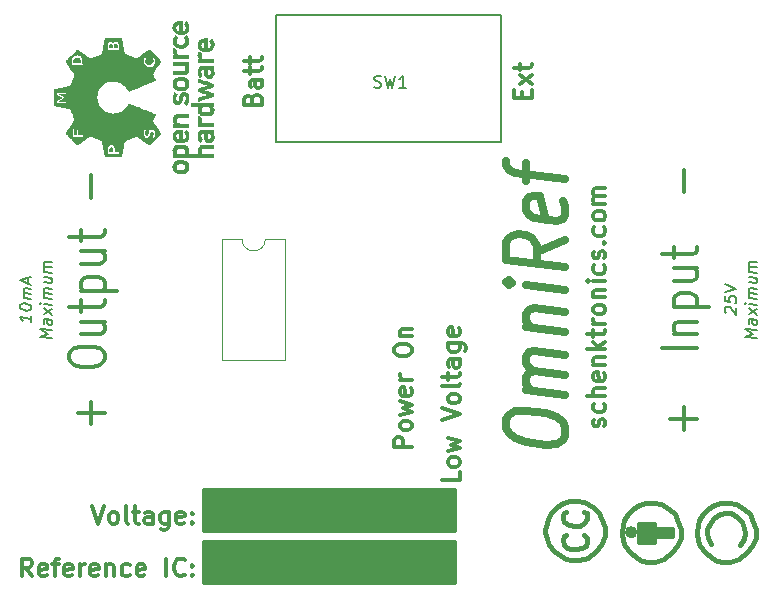
<source format=gbr>
G04 #@! TF.FileFunction,Legend,Top*
%FSLAX46Y46*%
G04 Gerber Fmt 4.6, Leading zero omitted, Abs format (unit mm)*
G04 Created by KiCad (PCBNEW 4.0.7) date 01/03/18 21:35:11*
%MOMM*%
%LPD*%
G01*
G04 APERTURE LIST*
%ADD10C,0.100000*%
%ADD11C,0.300000*%
%ADD12C,0.200000*%
%ADD13C,0.700000*%
%ADD14C,0.120000*%
%ADD15C,0.150000*%
%ADD16C,0.381000*%
%ADD17C,0.010000*%
%ADD18C,0.254000*%
G04 APERTURE END LIST*
D10*
D11*
X162405143Y-93906001D02*
X162476571Y-93763144D01*
X162476571Y-93477429D01*
X162405143Y-93334572D01*
X162262286Y-93263144D01*
X162190857Y-93263144D01*
X162048000Y-93334572D01*
X161976571Y-93477429D01*
X161976571Y-93691715D01*
X161905143Y-93834572D01*
X161762286Y-93906001D01*
X161690857Y-93906001D01*
X161548000Y-93834572D01*
X161476571Y-93691715D01*
X161476571Y-93477429D01*
X161548000Y-93334572D01*
X162405143Y-91977429D02*
X162476571Y-92120286D01*
X162476571Y-92406000D01*
X162405143Y-92548858D01*
X162333714Y-92620286D01*
X162190857Y-92691715D01*
X161762286Y-92691715D01*
X161619429Y-92620286D01*
X161548000Y-92548858D01*
X161476571Y-92406000D01*
X161476571Y-92120286D01*
X161548000Y-91977429D01*
X162476571Y-91334572D02*
X160976571Y-91334572D01*
X162476571Y-90691715D02*
X161690857Y-90691715D01*
X161548000Y-90763144D01*
X161476571Y-90906001D01*
X161476571Y-91120286D01*
X161548000Y-91263144D01*
X161619429Y-91334572D01*
X162405143Y-89406001D02*
X162476571Y-89548858D01*
X162476571Y-89834572D01*
X162405143Y-89977429D01*
X162262286Y-90048858D01*
X161690857Y-90048858D01*
X161548000Y-89977429D01*
X161476571Y-89834572D01*
X161476571Y-89548858D01*
X161548000Y-89406001D01*
X161690857Y-89334572D01*
X161833714Y-89334572D01*
X161976571Y-90048858D01*
X161476571Y-88691715D02*
X162476571Y-88691715D01*
X161619429Y-88691715D02*
X161548000Y-88620287D01*
X161476571Y-88477429D01*
X161476571Y-88263144D01*
X161548000Y-88120287D01*
X161690857Y-88048858D01*
X162476571Y-88048858D01*
X162476571Y-87334572D02*
X160976571Y-87334572D01*
X161905143Y-87191715D02*
X162476571Y-86763144D01*
X161476571Y-86763144D02*
X162048000Y-87334572D01*
X161476571Y-86334572D02*
X161476571Y-85763143D01*
X160976571Y-86120286D02*
X162262286Y-86120286D01*
X162405143Y-86048858D01*
X162476571Y-85906000D01*
X162476571Y-85763143D01*
X162476571Y-85263143D02*
X161476571Y-85263143D01*
X161762286Y-85263143D02*
X161619429Y-85191715D01*
X161548000Y-85120286D01*
X161476571Y-84977429D01*
X161476571Y-84834572D01*
X162476571Y-84120286D02*
X162405143Y-84263144D01*
X162333714Y-84334572D01*
X162190857Y-84406001D01*
X161762286Y-84406001D01*
X161619429Y-84334572D01*
X161548000Y-84263144D01*
X161476571Y-84120286D01*
X161476571Y-83906001D01*
X161548000Y-83763144D01*
X161619429Y-83691715D01*
X161762286Y-83620286D01*
X162190857Y-83620286D01*
X162333714Y-83691715D01*
X162405143Y-83763144D01*
X162476571Y-83906001D01*
X162476571Y-84120286D01*
X161476571Y-82977429D02*
X162476571Y-82977429D01*
X161619429Y-82977429D02*
X161548000Y-82906001D01*
X161476571Y-82763143D01*
X161476571Y-82548858D01*
X161548000Y-82406001D01*
X161690857Y-82334572D01*
X162476571Y-82334572D01*
X162476571Y-81620286D02*
X161476571Y-81620286D01*
X160976571Y-81620286D02*
X161048000Y-81691715D01*
X161119429Y-81620286D01*
X161048000Y-81548858D01*
X160976571Y-81620286D01*
X161119429Y-81620286D01*
X162405143Y-80263143D02*
X162476571Y-80406000D01*
X162476571Y-80691714D01*
X162405143Y-80834572D01*
X162333714Y-80906000D01*
X162190857Y-80977429D01*
X161762286Y-80977429D01*
X161619429Y-80906000D01*
X161548000Y-80834572D01*
X161476571Y-80691714D01*
X161476571Y-80406000D01*
X161548000Y-80263143D01*
X162405143Y-79691715D02*
X162476571Y-79548858D01*
X162476571Y-79263143D01*
X162405143Y-79120286D01*
X162262286Y-79048858D01*
X162190857Y-79048858D01*
X162048000Y-79120286D01*
X161976571Y-79263143D01*
X161976571Y-79477429D01*
X161905143Y-79620286D01*
X161762286Y-79691715D01*
X161690857Y-79691715D01*
X161548000Y-79620286D01*
X161476571Y-79477429D01*
X161476571Y-79263143D01*
X161548000Y-79120286D01*
X162333714Y-78406000D02*
X162405143Y-78334572D01*
X162476571Y-78406000D01*
X162405143Y-78477429D01*
X162333714Y-78406000D01*
X162476571Y-78406000D01*
X162405143Y-77048857D02*
X162476571Y-77191714D01*
X162476571Y-77477428D01*
X162405143Y-77620286D01*
X162333714Y-77691714D01*
X162190857Y-77763143D01*
X161762286Y-77763143D01*
X161619429Y-77691714D01*
X161548000Y-77620286D01*
X161476571Y-77477428D01*
X161476571Y-77191714D01*
X161548000Y-77048857D01*
X162476571Y-76191714D02*
X162405143Y-76334572D01*
X162333714Y-76406000D01*
X162190857Y-76477429D01*
X161762286Y-76477429D01*
X161619429Y-76406000D01*
X161548000Y-76334572D01*
X161476571Y-76191714D01*
X161476571Y-75977429D01*
X161548000Y-75834572D01*
X161619429Y-75763143D01*
X161762286Y-75691714D01*
X162190857Y-75691714D01*
X162333714Y-75763143D01*
X162405143Y-75834572D01*
X162476571Y-75977429D01*
X162476571Y-76191714D01*
X162476571Y-75048857D02*
X161476571Y-75048857D01*
X161619429Y-75048857D02*
X161548000Y-74977429D01*
X161476571Y-74834571D01*
X161476571Y-74620286D01*
X161548000Y-74477429D01*
X161690857Y-74406000D01*
X162476571Y-74406000D01*
X161690857Y-74406000D02*
X161548000Y-74334571D01*
X161476571Y-74191714D01*
X161476571Y-73977429D01*
X161548000Y-73834571D01*
X161690857Y-73763143D01*
X162476571Y-73763143D01*
D12*
X113902381Y-84527262D02*
X113902381Y-85098691D01*
X113902381Y-84812977D02*
X112902381Y-84687977D01*
X113045238Y-84801072D01*
X113140476Y-84908214D01*
X113188095Y-85009405D01*
X112902381Y-83783215D02*
X112902381Y-83687976D01*
X112950000Y-83598690D01*
X112997619Y-83557023D01*
X113092857Y-83521309D01*
X113283333Y-83497500D01*
X113521429Y-83527262D01*
X113711905Y-83598690D01*
X113807143Y-83658214D01*
X113854762Y-83711785D01*
X113902381Y-83812976D01*
X113902381Y-83908215D01*
X113854762Y-83997500D01*
X113807143Y-84039167D01*
X113711905Y-84074881D01*
X113521429Y-84098691D01*
X113283333Y-84068929D01*
X113092857Y-83997500D01*
X112997619Y-83937976D01*
X112950000Y-83884405D01*
X112902381Y-83783215D01*
X113902381Y-83146310D02*
X113235714Y-83062976D01*
X113330952Y-83074881D02*
X113283333Y-83021310D01*
X113235714Y-82920119D01*
X113235714Y-82777261D01*
X113283333Y-82687976D01*
X113378571Y-82652261D01*
X113902381Y-82717738D01*
X113378571Y-82652261D02*
X113283333Y-82592738D01*
X113235714Y-82491547D01*
X113235714Y-82348690D01*
X113283333Y-82259405D01*
X113378571Y-82223690D01*
X113902381Y-82289167D01*
X113616667Y-81824881D02*
X113616667Y-81348690D01*
X113902381Y-81955834D02*
X112902381Y-81497501D01*
X113902381Y-81289167D01*
X115602381Y-86455833D02*
X114602381Y-86330833D01*
X115316667Y-86086784D01*
X114602381Y-85664166D01*
X115602381Y-85789166D01*
X115602381Y-84884404D02*
X115078571Y-84818927D01*
X114983333Y-84854642D01*
X114935714Y-84943927D01*
X114935714Y-85134404D01*
X114983333Y-85235595D01*
X115554762Y-84878451D02*
X115602381Y-84979642D01*
X115602381Y-85217738D01*
X115554762Y-85307023D01*
X115459524Y-85342737D01*
X115364286Y-85330833D01*
X115269048Y-85271309D01*
X115221429Y-85170119D01*
X115221429Y-84932023D01*
X115173810Y-84830832D01*
X115602381Y-84503452D02*
X114935714Y-83896308D01*
X114935714Y-84420118D02*
X115602381Y-83979642D01*
X115602381Y-83598690D02*
X114935714Y-83515356D01*
X114602381Y-83473690D02*
X114650000Y-83527261D01*
X114697619Y-83485594D01*
X114650000Y-83432023D01*
X114602381Y-83473690D01*
X114697619Y-83485594D01*
X115602381Y-83122500D02*
X114935714Y-83039166D01*
X115030952Y-83051071D02*
X114983333Y-82997500D01*
X114935714Y-82896309D01*
X114935714Y-82753451D01*
X114983333Y-82664166D01*
X115078571Y-82628451D01*
X115602381Y-82693928D01*
X115078571Y-82628451D02*
X114983333Y-82568928D01*
X114935714Y-82467737D01*
X114935714Y-82324880D01*
X114983333Y-82235595D01*
X115078571Y-82199880D01*
X115602381Y-82265357D01*
X114935714Y-81277261D02*
X115602381Y-81360595D01*
X114935714Y-81705833D02*
X115459524Y-81771309D01*
X115554762Y-81735595D01*
X115602381Y-81646310D01*
X115602381Y-81503452D01*
X115554762Y-81402261D01*
X115507143Y-81348690D01*
X115602381Y-80884405D02*
X114935714Y-80801071D01*
X115030952Y-80812976D02*
X114983333Y-80759405D01*
X114935714Y-80658214D01*
X114935714Y-80515356D01*
X114983333Y-80426071D01*
X115078571Y-80390356D01*
X115602381Y-80455833D01*
X115078571Y-80390356D02*
X114983333Y-80330833D01*
X114935714Y-80229642D01*
X114935714Y-80086785D01*
X114983333Y-79997500D01*
X115078571Y-79961785D01*
X115602381Y-80027262D01*
D13*
X154106905Y-94081904D02*
X154106905Y-93320000D01*
X154345000Y-92968809D01*
X154821190Y-92647381D01*
X155773571Y-92575952D01*
X157440238Y-92784286D01*
X158392619Y-93093809D01*
X158868810Y-93534285D01*
X159106905Y-93945000D01*
X159106905Y-94706904D01*
X158868810Y-95058095D01*
X158392619Y-95379523D01*
X157440238Y-95450952D01*
X155773571Y-95242618D01*
X154821190Y-94933095D01*
X154345000Y-94492619D01*
X154106905Y-94081904D01*
X159106905Y-91278333D02*
X155773571Y-90861666D01*
X156249762Y-90921190D02*
X156011667Y-90700952D01*
X155773571Y-90290237D01*
X155773571Y-89718809D01*
X156011667Y-89367619D01*
X156487857Y-89236666D01*
X159106905Y-89564047D01*
X156487857Y-89236666D02*
X156011667Y-88986666D01*
X155773571Y-88575952D01*
X155773571Y-88004523D01*
X156011667Y-87653333D01*
X156487857Y-87522381D01*
X159106905Y-87849762D01*
X155773571Y-85528333D02*
X159106905Y-85945000D01*
X156249762Y-85587857D02*
X156011667Y-85367619D01*
X155773571Y-84956904D01*
X155773571Y-84385476D01*
X156011667Y-84034286D01*
X156487857Y-83903333D01*
X159106905Y-84230714D01*
X159106905Y-82325952D02*
X155773571Y-81909285D01*
X154106905Y-81700952D02*
X154345000Y-81921190D01*
X154583095Y-81760476D01*
X154345000Y-81540238D01*
X154106905Y-81700952D01*
X154583095Y-81760476D01*
X159106905Y-78135476D02*
X156725952Y-79171190D01*
X159106905Y-80421190D02*
X154106905Y-79796190D01*
X154106905Y-78272381D01*
X154345000Y-77921190D01*
X154583095Y-77760476D01*
X155059286Y-77629524D01*
X155773571Y-77718809D01*
X156249762Y-77968809D01*
X156487857Y-78189047D01*
X156725952Y-78599762D01*
X156725952Y-80123571D01*
X158868810Y-74867619D02*
X159106905Y-75278333D01*
X159106905Y-76040238D01*
X158868810Y-76391428D01*
X158392619Y-76522380D01*
X156487857Y-76284285D01*
X156011667Y-76034285D01*
X155773571Y-75623571D01*
X155773571Y-74861666D01*
X156011667Y-74510476D01*
X156487857Y-74379523D01*
X156964048Y-74439047D01*
X157440238Y-76403333D01*
X155773571Y-73147381D02*
X155773571Y-71623571D01*
X159106905Y-72992619D02*
X154821190Y-72456905D01*
X154345000Y-72206905D01*
X154106905Y-71796190D01*
X154106905Y-71415238D01*
D11*
X119031857Y-100651571D02*
X119531857Y-102151571D01*
X120031857Y-100651571D01*
X120746143Y-102151571D02*
X120603285Y-102080143D01*
X120531857Y-102008714D01*
X120460428Y-101865857D01*
X120460428Y-101437286D01*
X120531857Y-101294429D01*
X120603285Y-101223000D01*
X120746143Y-101151571D01*
X120960428Y-101151571D01*
X121103285Y-101223000D01*
X121174714Y-101294429D01*
X121246143Y-101437286D01*
X121246143Y-101865857D01*
X121174714Y-102008714D01*
X121103285Y-102080143D01*
X120960428Y-102151571D01*
X120746143Y-102151571D01*
X122103286Y-102151571D02*
X121960428Y-102080143D01*
X121889000Y-101937286D01*
X121889000Y-100651571D01*
X122460428Y-101151571D02*
X123031857Y-101151571D01*
X122674714Y-100651571D02*
X122674714Y-101937286D01*
X122746142Y-102080143D01*
X122889000Y-102151571D01*
X123031857Y-102151571D01*
X124174714Y-102151571D02*
X124174714Y-101365857D01*
X124103285Y-101223000D01*
X123960428Y-101151571D01*
X123674714Y-101151571D01*
X123531857Y-101223000D01*
X124174714Y-102080143D02*
X124031857Y-102151571D01*
X123674714Y-102151571D01*
X123531857Y-102080143D01*
X123460428Y-101937286D01*
X123460428Y-101794429D01*
X123531857Y-101651571D01*
X123674714Y-101580143D01*
X124031857Y-101580143D01*
X124174714Y-101508714D01*
X125531857Y-101151571D02*
X125531857Y-102365857D01*
X125460428Y-102508714D01*
X125389000Y-102580143D01*
X125246143Y-102651571D01*
X125031857Y-102651571D01*
X124889000Y-102580143D01*
X125531857Y-102080143D02*
X125389000Y-102151571D01*
X125103286Y-102151571D01*
X124960428Y-102080143D01*
X124889000Y-102008714D01*
X124817571Y-101865857D01*
X124817571Y-101437286D01*
X124889000Y-101294429D01*
X124960428Y-101223000D01*
X125103286Y-101151571D01*
X125389000Y-101151571D01*
X125531857Y-101223000D01*
X126817571Y-102080143D02*
X126674714Y-102151571D01*
X126389000Y-102151571D01*
X126246143Y-102080143D01*
X126174714Y-101937286D01*
X126174714Y-101365857D01*
X126246143Y-101223000D01*
X126389000Y-101151571D01*
X126674714Y-101151571D01*
X126817571Y-101223000D01*
X126889000Y-101365857D01*
X126889000Y-101508714D01*
X126174714Y-101651571D01*
X127531857Y-102008714D02*
X127603285Y-102080143D01*
X127531857Y-102151571D01*
X127460428Y-102080143D01*
X127531857Y-102008714D01*
X127531857Y-102151571D01*
X127531857Y-101223000D02*
X127603285Y-101294429D01*
X127531857Y-101365857D01*
X127460428Y-101294429D01*
X127531857Y-101223000D01*
X127531857Y-101365857D01*
X113960430Y-106596571D02*
X113460430Y-105882286D01*
X113103287Y-106596571D02*
X113103287Y-105096571D01*
X113674715Y-105096571D01*
X113817573Y-105168000D01*
X113889001Y-105239429D01*
X113960430Y-105382286D01*
X113960430Y-105596571D01*
X113889001Y-105739429D01*
X113817573Y-105810857D01*
X113674715Y-105882286D01*
X113103287Y-105882286D01*
X115174715Y-106525143D02*
X115031858Y-106596571D01*
X114746144Y-106596571D01*
X114603287Y-106525143D01*
X114531858Y-106382286D01*
X114531858Y-105810857D01*
X114603287Y-105668000D01*
X114746144Y-105596571D01*
X115031858Y-105596571D01*
X115174715Y-105668000D01*
X115246144Y-105810857D01*
X115246144Y-105953714D01*
X114531858Y-106096571D01*
X115674715Y-105596571D02*
X116246144Y-105596571D01*
X115889001Y-106596571D02*
X115889001Y-105310857D01*
X115960429Y-105168000D01*
X116103287Y-105096571D01*
X116246144Y-105096571D01*
X117317572Y-106525143D02*
X117174715Y-106596571D01*
X116889001Y-106596571D01*
X116746144Y-106525143D01*
X116674715Y-106382286D01*
X116674715Y-105810857D01*
X116746144Y-105668000D01*
X116889001Y-105596571D01*
X117174715Y-105596571D01*
X117317572Y-105668000D01*
X117389001Y-105810857D01*
X117389001Y-105953714D01*
X116674715Y-106096571D01*
X118031858Y-106596571D02*
X118031858Y-105596571D01*
X118031858Y-105882286D02*
X118103286Y-105739429D01*
X118174715Y-105668000D01*
X118317572Y-105596571D01*
X118460429Y-105596571D01*
X119531857Y-106525143D02*
X119389000Y-106596571D01*
X119103286Y-106596571D01*
X118960429Y-106525143D01*
X118889000Y-106382286D01*
X118889000Y-105810857D01*
X118960429Y-105668000D01*
X119103286Y-105596571D01*
X119389000Y-105596571D01*
X119531857Y-105668000D01*
X119603286Y-105810857D01*
X119603286Y-105953714D01*
X118889000Y-106096571D01*
X120246143Y-105596571D02*
X120246143Y-106596571D01*
X120246143Y-105739429D02*
X120317571Y-105668000D01*
X120460429Y-105596571D01*
X120674714Y-105596571D01*
X120817571Y-105668000D01*
X120889000Y-105810857D01*
X120889000Y-106596571D01*
X122246143Y-106525143D02*
X122103286Y-106596571D01*
X121817572Y-106596571D01*
X121674714Y-106525143D01*
X121603286Y-106453714D01*
X121531857Y-106310857D01*
X121531857Y-105882286D01*
X121603286Y-105739429D01*
X121674714Y-105668000D01*
X121817572Y-105596571D01*
X122103286Y-105596571D01*
X122246143Y-105668000D01*
X123460428Y-106525143D02*
X123317571Y-106596571D01*
X123031857Y-106596571D01*
X122889000Y-106525143D01*
X122817571Y-106382286D01*
X122817571Y-105810857D01*
X122889000Y-105668000D01*
X123031857Y-105596571D01*
X123317571Y-105596571D01*
X123460428Y-105668000D01*
X123531857Y-105810857D01*
X123531857Y-105953714D01*
X122817571Y-106096571D01*
X125317571Y-106596571D02*
X125317571Y-105096571D01*
X126889000Y-106453714D02*
X126817571Y-106525143D01*
X126603285Y-106596571D01*
X126460428Y-106596571D01*
X126246143Y-106525143D01*
X126103285Y-106382286D01*
X126031857Y-106239429D01*
X125960428Y-105953714D01*
X125960428Y-105739429D01*
X126031857Y-105453714D01*
X126103285Y-105310857D01*
X126246143Y-105168000D01*
X126460428Y-105096571D01*
X126603285Y-105096571D01*
X126817571Y-105168000D01*
X126889000Y-105239429D01*
X127531857Y-106453714D02*
X127603285Y-106525143D01*
X127531857Y-106596571D01*
X127460428Y-106525143D01*
X127531857Y-106453714D01*
X127531857Y-106596571D01*
X127531857Y-105668000D02*
X127603285Y-105739429D01*
X127531857Y-105810857D01*
X127460428Y-105739429D01*
X127531857Y-105668000D01*
X127531857Y-105810857D01*
X118959286Y-93720714D02*
X118959286Y-91815952D01*
X120102143Y-92768333D02*
X117816429Y-92768333D01*
X117102143Y-88244523D02*
X117102143Y-87768333D01*
X117245000Y-87530238D01*
X117530714Y-87292142D01*
X118102143Y-87173095D01*
X119102143Y-87173095D01*
X119673571Y-87292142D01*
X119959286Y-87530238D01*
X120102143Y-87768333D01*
X120102143Y-88244523D01*
X119959286Y-88482619D01*
X119673571Y-88720714D01*
X119102143Y-88839762D01*
X118102143Y-88839762D01*
X117530714Y-88720714D01*
X117245000Y-88482619D01*
X117102143Y-88244523D01*
X118102143Y-85030237D02*
X120102143Y-85030237D01*
X118102143Y-86101666D02*
X119673571Y-86101666D01*
X119959286Y-85982618D01*
X120102143Y-85744523D01*
X120102143Y-85387380D01*
X119959286Y-85149285D01*
X119816429Y-85030237D01*
X118102143Y-84196904D02*
X118102143Y-83244523D01*
X117102143Y-83839761D02*
X119673571Y-83839761D01*
X119959286Y-83720713D01*
X120102143Y-83482618D01*
X120102143Y-83244523D01*
X118102143Y-82411190D02*
X121102143Y-82411190D01*
X118245000Y-82411190D02*
X118102143Y-82173095D01*
X118102143Y-81696904D01*
X118245000Y-81458809D01*
X118387857Y-81339761D01*
X118673571Y-81220714D01*
X119530714Y-81220714D01*
X119816429Y-81339761D01*
X119959286Y-81458809D01*
X120102143Y-81696904D01*
X120102143Y-82173095D01*
X119959286Y-82411190D01*
X118102143Y-79077856D02*
X120102143Y-79077856D01*
X118102143Y-80149285D02*
X119673571Y-80149285D01*
X119959286Y-80030237D01*
X120102143Y-79792142D01*
X120102143Y-79434999D01*
X119959286Y-79196904D01*
X119816429Y-79077856D01*
X118102143Y-78244523D02*
X118102143Y-77292142D01*
X117102143Y-77887380D02*
X119673571Y-77887380D01*
X119959286Y-77768332D01*
X120102143Y-77530237D01*
X120102143Y-77292142D01*
X118959286Y-74554047D02*
X118959286Y-72649285D01*
X169124286Y-94196905D02*
X169124286Y-92292143D01*
X170267143Y-93244524D02*
X167981429Y-93244524D01*
X170267143Y-87292143D02*
X167267143Y-87292143D01*
X168267143Y-86101667D02*
X170267143Y-86101667D01*
X168552857Y-86101667D02*
X168410000Y-85982619D01*
X168267143Y-85744524D01*
X168267143Y-85387381D01*
X168410000Y-85149286D01*
X168695714Y-85030238D01*
X170267143Y-85030238D01*
X168267143Y-83839762D02*
X171267143Y-83839762D01*
X168410000Y-83839762D02*
X168267143Y-83601667D01*
X168267143Y-83125476D01*
X168410000Y-82887381D01*
X168552857Y-82768333D01*
X168838571Y-82649286D01*
X169695714Y-82649286D01*
X169981429Y-82768333D01*
X170124286Y-82887381D01*
X170267143Y-83125476D01*
X170267143Y-83601667D01*
X170124286Y-83839762D01*
X168267143Y-80506428D02*
X170267143Y-80506428D01*
X168267143Y-81577857D02*
X169838571Y-81577857D01*
X170124286Y-81458809D01*
X170267143Y-81220714D01*
X170267143Y-80863571D01*
X170124286Y-80625476D01*
X169981429Y-80506428D01*
X168267143Y-79673095D02*
X168267143Y-78720714D01*
X167267143Y-79315952D02*
X169838571Y-79315952D01*
X170124286Y-79196904D01*
X170267143Y-78958809D01*
X170267143Y-78720714D01*
X169124286Y-74077857D02*
X169124286Y-72173095D01*
D12*
X172687619Y-84318928D02*
X172640000Y-84265357D01*
X172592381Y-84164167D01*
X172592381Y-83926071D01*
X172640000Y-83836785D01*
X172687619Y-83795118D01*
X172782857Y-83759404D01*
X172878095Y-83771309D01*
X173020952Y-83836785D01*
X173592381Y-84479643D01*
X173592381Y-83860595D01*
X172592381Y-82830833D02*
X172592381Y-83307024D01*
X173068571Y-83414166D01*
X173020952Y-83360595D01*
X172973333Y-83259405D01*
X172973333Y-83021309D01*
X173020952Y-82932023D01*
X173068571Y-82890356D01*
X173163810Y-82854642D01*
X173401905Y-82884404D01*
X173497143Y-82943928D01*
X173544762Y-82997499D01*
X173592381Y-83098690D01*
X173592381Y-83336786D01*
X173544762Y-83426071D01*
X173497143Y-83467738D01*
X172592381Y-82497500D02*
X173592381Y-82289167D01*
X172592381Y-81830833D01*
X175292381Y-86455833D02*
X174292381Y-86330833D01*
X175006667Y-86086784D01*
X174292381Y-85664166D01*
X175292381Y-85789166D01*
X175292381Y-84884404D02*
X174768571Y-84818927D01*
X174673333Y-84854642D01*
X174625714Y-84943927D01*
X174625714Y-85134404D01*
X174673333Y-85235595D01*
X175244762Y-84878451D02*
X175292381Y-84979642D01*
X175292381Y-85217738D01*
X175244762Y-85307023D01*
X175149524Y-85342737D01*
X175054286Y-85330833D01*
X174959048Y-85271309D01*
X174911429Y-85170119D01*
X174911429Y-84932023D01*
X174863810Y-84830832D01*
X175292381Y-84503452D02*
X174625714Y-83896308D01*
X174625714Y-84420118D02*
X175292381Y-83979642D01*
X175292381Y-83598690D02*
X174625714Y-83515356D01*
X174292381Y-83473690D02*
X174340000Y-83527261D01*
X174387619Y-83485594D01*
X174340000Y-83432023D01*
X174292381Y-83473690D01*
X174387619Y-83485594D01*
X175292381Y-83122500D02*
X174625714Y-83039166D01*
X174720952Y-83051071D02*
X174673333Y-82997500D01*
X174625714Y-82896309D01*
X174625714Y-82753451D01*
X174673333Y-82664166D01*
X174768571Y-82628451D01*
X175292381Y-82693928D01*
X174768571Y-82628451D02*
X174673333Y-82568928D01*
X174625714Y-82467737D01*
X174625714Y-82324880D01*
X174673333Y-82235595D01*
X174768571Y-82199880D01*
X175292381Y-82265357D01*
X174625714Y-81277261D02*
X175292381Y-81360595D01*
X174625714Y-81705833D02*
X175149524Y-81771309D01*
X175244762Y-81735595D01*
X175292381Y-81646310D01*
X175292381Y-81503452D01*
X175244762Y-81402261D01*
X175197143Y-81348690D01*
X175292381Y-80884405D02*
X174625714Y-80801071D01*
X174720952Y-80812976D02*
X174673333Y-80759405D01*
X174625714Y-80658214D01*
X174625714Y-80515356D01*
X174673333Y-80426071D01*
X174768571Y-80390356D01*
X175292381Y-80455833D01*
X174768571Y-80390356D02*
X174673333Y-80330833D01*
X174625714Y-80229642D01*
X174625714Y-80086785D01*
X174673333Y-79997500D01*
X174768571Y-79961785D01*
X175292381Y-80027262D01*
D11*
X155467857Y-66127143D02*
X155467857Y-65627143D01*
X156253571Y-65412857D02*
X156253571Y-66127143D01*
X154753571Y-66127143D01*
X154753571Y-65412857D01*
X156253571Y-64912857D02*
X155253571Y-64127143D01*
X155253571Y-64912857D02*
X156253571Y-64127143D01*
X155253571Y-63770000D02*
X155253571Y-63198571D01*
X154753571Y-63555714D02*
X156039286Y-63555714D01*
X156182143Y-63484286D01*
X156253571Y-63341428D01*
X156253571Y-63198571D01*
X132607857Y-66198571D02*
X132679286Y-65984285D01*
X132750714Y-65912857D01*
X132893571Y-65841428D01*
X133107857Y-65841428D01*
X133250714Y-65912857D01*
X133322143Y-65984285D01*
X133393571Y-66127143D01*
X133393571Y-66698571D01*
X131893571Y-66698571D01*
X131893571Y-66198571D01*
X131965000Y-66055714D01*
X132036429Y-65984285D01*
X132179286Y-65912857D01*
X132322143Y-65912857D01*
X132465000Y-65984285D01*
X132536429Y-66055714D01*
X132607857Y-66198571D01*
X132607857Y-66698571D01*
X133393571Y-64555714D02*
X132607857Y-64555714D01*
X132465000Y-64627143D01*
X132393571Y-64770000D01*
X132393571Y-65055714D01*
X132465000Y-65198571D01*
X133322143Y-64555714D02*
X133393571Y-64698571D01*
X133393571Y-65055714D01*
X133322143Y-65198571D01*
X133179286Y-65270000D01*
X133036429Y-65270000D01*
X132893571Y-65198571D01*
X132822143Y-65055714D01*
X132822143Y-64698571D01*
X132750714Y-64555714D01*
X132393571Y-64055714D02*
X132393571Y-63484285D01*
X131893571Y-63841428D02*
X133179286Y-63841428D01*
X133322143Y-63770000D01*
X133393571Y-63627142D01*
X133393571Y-63484285D01*
X132393571Y-63198571D02*
X132393571Y-62627142D01*
X131893571Y-62984285D02*
X133179286Y-62984285D01*
X133322143Y-62912857D01*
X133393571Y-62769999D01*
X133393571Y-62627142D01*
X150157571Y-97734571D02*
X150157571Y-98448857D01*
X148657571Y-98448857D01*
X150157571Y-97020285D02*
X150086143Y-97163143D01*
X150014714Y-97234571D01*
X149871857Y-97306000D01*
X149443286Y-97306000D01*
X149300429Y-97234571D01*
X149229000Y-97163143D01*
X149157571Y-97020285D01*
X149157571Y-96806000D01*
X149229000Y-96663143D01*
X149300429Y-96591714D01*
X149443286Y-96520285D01*
X149871857Y-96520285D01*
X150014714Y-96591714D01*
X150086143Y-96663143D01*
X150157571Y-96806000D01*
X150157571Y-97020285D01*
X149157571Y-96020285D02*
X150157571Y-95734571D01*
X149443286Y-95448857D01*
X150157571Y-95163142D01*
X149157571Y-94877428D01*
X148657571Y-93377428D02*
X150157571Y-92877428D01*
X148657571Y-92377428D01*
X150157571Y-91663142D02*
X150086143Y-91806000D01*
X150014714Y-91877428D01*
X149871857Y-91948857D01*
X149443286Y-91948857D01*
X149300429Y-91877428D01*
X149229000Y-91806000D01*
X149157571Y-91663142D01*
X149157571Y-91448857D01*
X149229000Y-91306000D01*
X149300429Y-91234571D01*
X149443286Y-91163142D01*
X149871857Y-91163142D01*
X150014714Y-91234571D01*
X150086143Y-91306000D01*
X150157571Y-91448857D01*
X150157571Y-91663142D01*
X150157571Y-90305999D02*
X150086143Y-90448857D01*
X149943286Y-90520285D01*
X148657571Y-90520285D01*
X149157571Y-89948857D02*
X149157571Y-89377428D01*
X148657571Y-89734571D02*
X149943286Y-89734571D01*
X150086143Y-89663143D01*
X150157571Y-89520285D01*
X150157571Y-89377428D01*
X150157571Y-88234571D02*
X149371857Y-88234571D01*
X149229000Y-88306000D01*
X149157571Y-88448857D01*
X149157571Y-88734571D01*
X149229000Y-88877428D01*
X150086143Y-88234571D02*
X150157571Y-88377428D01*
X150157571Y-88734571D01*
X150086143Y-88877428D01*
X149943286Y-88948857D01*
X149800429Y-88948857D01*
X149657571Y-88877428D01*
X149586143Y-88734571D01*
X149586143Y-88377428D01*
X149514714Y-88234571D01*
X149157571Y-86877428D02*
X150371857Y-86877428D01*
X150514714Y-86948857D01*
X150586143Y-87020285D01*
X150657571Y-87163142D01*
X150657571Y-87377428D01*
X150586143Y-87520285D01*
X150086143Y-86877428D02*
X150157571Y-87020285D01*
X150157571Y-87305999D01*
X150086143Y-87448857D01*
X150014714Y-87520285D01*
X149871857Y-87591714D01*
X149443286Y-87591714D01*
X149300429Y-87520285D01*
X149229000Y-87448857D01*
X149157571Y-87305999D01*
X149157571Y-87020285D01*
X149229000Y-86877428D01*
X150086143Y-85591714D02*
X150157571Y-85734571D01*
X150157571Y-86020285D01*
X150086143Y-86163142D01*
X149943286Y-86234571D01*
X149371857Y-86234571D01*
X149229000Y-86163142D01*
X149157571Y-86020285D01*
X149157571Y-85734571D01*
X149229000Y-85591714D01*
X149371857Y-85520285D01*
X149514714Y-85520285D01*
X149657571Y-86234571D01*
X146093571Y-95654857D02*
X144593571Y-95654857D01*
X144593571Y-95083429D01*
X144665000Y-94940571D01*
X144736429Y-94869143D01*
X144879286Y-94797714D01*
X145093571Y-94797714D01*
X145236429Y-94869143D01*
X145307857Y-94940571D01*
X145379286Y-95083429D01*
X145379286Y-95654857D01*
X146093571Y-93940571D02*
X146022143Y-94083429D01*
X145950714Y-94154857D01*
X145807857Y-94226286D01*
X145379286Y-94226286D01*
X145236429Y-94154857D01*
X145165000Y-94083429D01*
X145093571Y-93940571D01*
X145093571Y-93726286D01*
X145165000Y-93583429D01*
X145236429Y-93512000D01*
X145379286Y-93440571D01*
X145807857Y-93440571D01*
X145950714Y-93512000D01*
X146022143Y-93583429D01*
X146093571Y-93726286D01*
X146093571Y-93940571D01*
X145093571Y-92940571D02*
X146093571Y-92654857D01*
X145379286Y-92369143D01*
X146093571Y-92083428D01*
X145093571Y-91797714D01*
X146022143Y-90654857D02*
X146093571Y-90797714D01*
X146093571Y-91083428D01*
X146022143Y-91226285D01*
X145879286Y-91297714D01*
X145307857Y-91297714D01*
X145165000Y-91226285D01*
X145093571Y-91083428D01*
X145093571Y-90797714D01*
X145165000Y-90654857D01*
X145307857Y-90583428D01*
X145450714Y-90583428D01*
X145593571Y-91297714D01*
X146093571Y-89940571D02*
X145093571Y-89940571D01*
X145379286Y-89940571D02*
X145236429Y-89869143D01*
X145165000Y-89797714D01*
X145093571Y-89654857D01*
X145093571Y-89512000D01*
X144593571Y-87583429D02*
X144593571Y-87297715D01*
X144665000Y-87154857D01*
X144807857Y-87012000D01*
X145093571Y-86940572D01*
X145593571Y-86940572D01*
X145879286Y-87012000D01*
X146022143Y-87154857D01*
X146093571Y-87297715D01*
X146093571Y-87583429D01*
X146022143Y-87726286D01*
X145879286Y-87869143D01*
X145593571Y-87940572D01*
X145093571Y-87940572D01*
X144807857Y-87869143D01*
X144665000Y-87726286D01*
X144593571Y-87583429D01*
X145093571Y-86297714D02*
X146093571Y-86297714D01*
X145236429Y-86297714D02*
X145165000Y-86226286D01*
X145093571Y-86083428D01*
X145093571Y-85869143D01*
X145165000Y-85726286D01*
X145307857Y-85654857D01*
X146093571Y-85654857D01*
D14*
X133715000Y-78045000D02*
G75*
G02X131715000Y-78045000I-1000000J0D01*
G01*
X131715000Y-78045000D02*
X130065000Y-78045000D01*
X130065000Y-78045000D02*
X130065000Y-88325000D01*
X130065000Y-88325000D02*
X135365000Y-88325000D01*
X135365000Y-88325000D02*
X135365000Y-78045000D01*
X135365000Y-78045000D02*
X133715000Y-78045000D01*
D15*
X153670000Y-69850000D02*
X134620000Y-69850000D01*
X134620000Y-69850000D02*
X134620000Y-59055000D01*
X153670000Y-69850000D02*
X153670000Y-59055000D01*
X153670000Y-59055000D02*
X134620000Y-59055000D01*
D16*
X159119900Y-101119800D02*
X159020840Y-101218860D01*
X159020840Y-101218860D02*
X158919240Y-101419520D01*
X158919240Y-101419520D02*
X158919240Y-101719240D01*
X158919240Y-101719240D02*
X159020840Y-102018960D01*
X159020840Y-102018960D02*
X159419620Y-102219620D01*
X159419620Y-102219620D02*
X159920000Y-102321220D01*
X159920000Y-102321220D02*
X160318780Y-102321220D01*
X160318780Y-102321220D02*
X160720100Y-102120560D01*
X160720100Y-102120560D02*
X160920760Y-101719240D01*
X160920760Y-101719240D02*
X160920760Y-101521120D01*
X160920760Y-101521120D02*
X160920760Y-101218860D01*
X160920760Y-101218860D02*
X160720100Y-101119800D01*
X159119900Y-103118780D02*
X159020840Y-103220380D01*
X159020840Y-103220380D02*
X158919240Y-103520100D01*
X158919240Y-103520100D02*
X159020840Y-103918880D01*
X159020840Y-103918880D02*
X159218960Y-104221140D01*
X159218960Y-104221140D02*
X159620280Y-104320200D01*
X159620280Y-104320200D02*
X160019060Y-104320200D01*
X160019060Y-104320200D02*
X160519440Y-104221140D01*
X160519440Y-104221140D02*
X160819160Y-104020480D01*
X160819160Y-104020480D02*
X160920760Y-103720760D01*
X160920760Y-103720760D02*
X160920760Y-103319440D01*
X160920760Y-103319440D02*
X160720100Y-103118780D01*
X157420640Y-102720000D02*
X157420640Y-102819060D01*
X157420640Y-102819060D02*
X157519700Y-103421040D01*
X157519700Y-103421040D02*
X157720360Y-103918880D01*
X157720360Y-103918880D02*
X158119140Y-104419260D01*
X158119140Y-104419260D02*
X158721120Y-104919640D01*
X158721120Y-104919640D02*
X159119900Y-105120300D01*
X159119900Y-105120300D02*
X159620280Y-105219360D01*
X159620280Y-105219360D02*
X160219720Y-105219360D01*
X160219720Y-105219360D02*
X161019820Y-105021240D01*
X161019820Y-105021240D02*
X161720860Y-104419260D01*
X161720860Y-104419260D02*
X162119640Y-103918880D01*
X162119640Y-103918880D02*
X162419360Y-103220380D01*
X162419360Y-103220380D02*
X162419360Y-102420280D01*
X162419360Y-102420280D02*
X162221240Y-101820840D01*
X162221240Y-101820840D02*
X161918980Y-101218860D01*
X161918980Y-101218860D02*
X161421140Y-100721020D01*
X161421140Y-100721020D02*
X160720100Y-100319700D01*
X160720100Y-100319700D02*
X160120660Y-100220640D01*
X160120660Y-100220640D02*
X159521220Y-100220640D01*
X159521220Y-100220640D02*
X158919240Y-100418760D01*
X158919240Y-100418760D02*
X158418860Y-100721020D01*
X158418860Y-100721020D02*
X157921020Y-101218860D01*
X157921020Y-101218860D02*
X157618760Y-101719240D01*
X157618760Y-101719240D02*
X157519700Y-102120560D01*
X157519700Y-102120560D02*
X157420640Y-102720000D01*
X164470080Y-102870000D02*
X164868860Y-102870000D01*
X165668960Y-103571040D02*
X165668960Y-102270560D01*
X165971220Y-102369620D02*
X165971220Y-103571040D01*
X166270940Y-103670100D02*
X166270940Y-102369620D01*
X166669720Y-102870000D02*
X167970200Y-102870000D01*
X168170860Y-102770940D02*
X168170860Y-102570280D01*
X168170860Y-102570280D02*
X166570660Y-102570280D01*
X166669720Y-103169720D02*
X168170860Y-103169720D01*
X168170860Y-103169720D02*
X168170860Y-102669340D01*
X165369240Y-103670100D02*
X165369240Y-102168960D01*
X165369240Y-102168960D02*
X166570660Y-102168960D01*
X166570660Y-102168960D02*
X166570660Y-103670100D01*
X166570660Y-103670100D02*
X165369240Y-103670100D01*
X164986406Y-102870000D02*
G75*
G03X164986406Y-102870000I-315666J0D01*
G01*
X163870640Y-102870000D02*
X163870640Y-102969060D01*
X163870640Y-102969060D02*
X163969700Y-103571040D01*
X163969700Y-103571040D02*
X164170360Y-104068880D01*
X164170360Y-104068880D02*
X164569140Y-104569260D01*
X164569140Y-104569260D02*
X165171120Y-105069640D01*
X165171120Y-105069640D02*
X165569900Y-105270300D01*
X165569900Y-105270300D02*
X166070280Y-105369360D01*
X166070280Y-105369360D02*
X166669720Y-105369360D01*
X166669720Y-105369360D02*
X167469820Y-105171240D01*
X167469820Y-105171240D02*
X168170860Y-104569260D01*
X168170860Y-104569260D02*
X168569640Y-104068880D01*
X168569640Y-104068880D02*
X168869360Y-103370380D01*
X168869360Y-103370380D02*
X168869360Y-102570280D01*
X168869360Y-102570280D02*
X168671240Y-101970840D01*
X168671240Y-101970840D02*
X168368980Y-101368860D01*
X168368980Y-101368860D02*
X167871140Y-100871020D01*
X167871140Y-100871020D02*
X167170100Y-100469700D01*
X167170100Y-100469700D02*
X166570660Y-100370640D01*
X166570660Y-100370640D02*
X165971220Y-100370640D01*
X165971220Y-100370640D02*
X165369240Y-100568760D01*
X165369240Y-100568760D02*
X164868860Y-100871020D01*
X164868860Y-100871020D02*
X164371020Y-101368860D01*
X164371020Y-101368860D02*
X164068760Y-101869240D01*
X164068760Y-101869240D02*
X163969700Y-102270560D01*
X163969700Y-102270560D02*
X163870640Y-102870000D01*
X173918880Y-103969820D02*
X174221140Y-103469440D01*
X174221140Y-103469440D02*
X174320200Y-102969060D01*
X174320200Y-102969060D02*
X174221140Y-102471220D01*
X174221140Y-102471220D02*
X174020480Y-101970840D01*
X174020480Y-101970840D02*
X173619160Y-101569520D01*
X173619160Y-101569520D02*
X173118780Y-101269800D01*
X173118780Y-101269800D02*
X172720000Y-101269800D01*
X172720000Y-101269800D02*
X172219620Y-101368860D01*
X172219620Y-101368860D02*
X171719240Y-101671120D01*
X171719240Y-101671120D02*
X171419520Y-101970840D01*
X171419520Y-101970840D02*
X171119800Y-102570280D01*
X171119800Y-102570280D02*
X171119800Y-102969060D01*
X171119800Y-102969060D02*
X171218860Y-103370380D01*
X171218860Y-103370380D02*
X171419520Y-103870760D01*
X170220640Y-102870000D02*
X170220640Y-102969060D01*
X170220640Y-102969060D02*
X170319700Y-103571040D01*
X170319700Y-103571040D02*
X170520360Y-104068880D01*
X170520360Y-104068880D02*
X170919140Y-104569260D01*
X170919140Y-104569260D02*
X171521120Y-105069640D01*
X171521120Y-105069640D02*
X171919900Y-105270300D01*
X171919900Y-105270300D02*
X172420280Y-105369360D01*
X172420280Y-105369360D02*
X173019720Y-105369360D01*
X173019720Y-105369360D02*
X173819820Y-105171240D01*
X173819820Y-105171240D02*
X174520860Y-104569260D01*
X174520860Y-104569260D02*
X174919640Y-104068880D01*
X174919640Y-104068880D02*
X175219360Y-103370380D01*
X175219360Y-103370380D02*
X175219360Y-102570280D01*
X175219360Y-102570280D02*
X175021240Y-101970840D01*
X175021240Y-101970840D02*
X174718980Y-101368860D01*
X174718980Y-101368860D02*
X174221140Y-100871020D01*
X174221140Y-100871020D02*
X173520100Y-100469700D01*
X173520100Y-100469700D02*
X172920660Y-100370640D01*
X172920660Y-100370640D02*
X172321220Y-100370640D01*
X172321220Y-100370640D02*
X171719240Y-100568760D01*
X171719240Y-100568760D02*
X171218860Y-100871020D01*
X171218860Y-100871020D02*
X170721020Y-101368860D01*
X170721020Y-101368860D02*
X170418760Y-101869240D01*
X170418760Y-101869240D02*
X170319700Y-102270560D01*
X170319700Y-102270560D02*
X170220640Y-102870000D01*
D17*
G36*
X127962964Y-69263133D02*
X127985945Y-69122174D01*
X128029109Y-69005552D01*
X128091603Y-68914572D01*
X128172573Y-68850542D01*
X128253089Y-68818827D01*
X128294318Y-68813019D01*
X128366301Y-68808163D01*
X128465935Y-68804360D01*
X128590117Y-68801713D01*
X128735746Y-68800324D01*
X128819365Y-68800133D01*
X129311400Y-68800133D01*
X129311400Y-69054133D01*
X129252133Y-69054133D01*
X129208146Y-69059798D01*
X129194135Y-69074767D01*
X129211731Y-69096005D01*
X129225259Y-69104144D01*
X129259344Y-69139306D01*
X129286978Y-69200297D01*
X129306571Y-69279433D01*
X129316535Y-69369026D01*
X129315280Y-69461392D01*
X129309260Y-69510424D01*
X129284956Y-69599269D01*
X129245314Y-69684622D01*
X129196856Y-69753308D01*
X129181303Y-69768940D01*
X129102182Y-69820760D01*
X129006017Y-69853733D01*
X128906358Y-69863542D01*
X128904367Y-69863420D01*
X128904367Y-69617551D01*
X128971190Y-69607822D01*
X129018173Y-69574981D01*
X129050865Y-69519806D01*
X129063084Y-69472194D01*
X129070419Y-69404041D01*
X129072814Y-69326587D01*
X129070214Y-69251071D01*
X129062561Y-69188732D01*
X129052681Y-69155733D01*
X129011436Y-69108429D01*
X128945464Y-69074030D01*
X128862567Y-69056009D01*
X128824566Y-69054159D01*
X128735667Y-69054133D01*
X128735761Y-69244633D01*
X128738838Y-69370392D01*
X128748956Y-69466142D01*
X128767656Y-69535294D01*
X128796479Y-69581257D01*
X128836968Y-69607440D01*
X128890663Y-69617251D01*
X128904367Y-69617551D01*
X128904367Y-69863420D01*
X128887887Y-69862408D01*
X128789092Y-69844586D01*
X128709695Y-69808057D01*
X128644842Y-69754557D01*
X128608669Y-69715844D01*
X128581890Y-69678436D01*
X128562867Y-69636184D01*
X128549966Y-69582939D01*
X128541550Y-69512552D01*
X128535983Y-69418876D01*
X128532820Y-69333533D01*
X128524000Y-69062600D01*
X128441091Y-69057338D01*
X128356323Y-69061159D01*
X128289178Y-69082762D01*
X128246016Y-69119937D01*
X128242198Y-69126354D01*
X128219628Y-69190974D01*
X128208394Y-69272000D01*
X128208004Y-69359384D01*
X128217969Y-69443077D01*
X128237799Y-69513032D01*
X128263135Y-69555372D01*
X128299864Y-69594467D01*
X128223642Y-69697039D01*
X128147420Y-69799610D01*
X128095195Y-69746193D01*
X128028088Y-69653889D01*
X127983234Y-69538604D01*
X127961540Y-69403648D01*
X127962964Y-69263133D01*
X127962964Y-69263133D01*
G37*
X127962964Y-69263133D02*
X127985945Y-69122174D01*
X128029109Y-69005552D01*
X128091603Y-68914572D01*
X128172573Y-68850542D01*
X128253089Y-68818827D01*
X128294318Y-68813019D01*
X128366301Y-68808163D01*
X128465935Y-68804360D01*
X128590117Y-68801713D01*
X128735746Y-68800324D01*
X128819365Y-68800133D01*
X129311400Y-68800133D01*
X129311400Y-69054133D01*
X129252133Y-69054133D01*
X129208146Y-69059798D01*
X129194135Y-69074767D01*
X129211731Y-69096005D01*
X129225259Y-69104144D01*
X129259344Y-69139306D01*
X129286978Y-69200297D01*
X129306571Y-69279433D01*
X129316535Y-69369026D01*
X129315280Y-69461392D01*
X129309260Y-69510424D01*
X129284956Y-69599269D01*
X129245314Y-69684622D01*
X129196856Y-69753308D01*
X129181303Y-69768940D01*
X129102182Y-69820760D01*
X129006017Y-69853733D01*
X128906358Y-69863542D01*
X128904367Y-69863420D01*
X128904367Y-69617551D01*
X128971190Y-69607822D01*
X129018173Y-69574981D01*
X129050865Y-69519806D01*
X129063084Y-69472194D01*
X129070419Y-69404041D01*
X129072814Y-69326587D01*
X129070214Y-69251071D01*
X129062561Y-69188732D01*
X129052681Y-69155733D01*
X129011436Y-69108429D01*
X128945464Y-69074030D01*
X128862567Y-69056009D01*
X128824566Y-69054159D01*
X128735667Y-69054133D01*
X128735761Y-69244633D01*
X128738838Y-69370392D01*
X128748956Y-69466142D01*
X128767656Y-69535294D01*
X128796479Y-69581257D01*
X128836968Y-69607440D01*
X128890663Y-69617251D01*
X128904367Y-69617551D01*
X128904367Y-69863420D01*
X128887887Y-69862408D01*
X128789092Y-69844586D01*
X128709695Y-69808057D01*
X128644842Y-69754557D01*
X128608669Y-69715844D01*
X128581890Y-69678436D01*
X128562867Y-69636184D01*
X128549966Y-69582939D01*
X128541550Y-69512552D01*
X128535983Y-69418876D01*
X128532820Y-69333533D01*
X128524000Y-69062600D01*
X128441091Y-69057338D01*
X128356323Y-69061159D01*
X128289178Y-69082762D01*
X128246016Y-69119937D01*
X128242198Y-69126354D01*
X128219628Y-69190974D01*
X128208394Y-69272000D01*
X128208004Y-69359384D01*
X128217969Y-69443077D01*
X128237799Y-69513032D01*
X128263135Y-69555372D01*
X128299864Y-69594467D01*
X128223642Y-69697039D01*
X128147420Y-69799610D01*
X128095195Y-69746193D01*
X128028088Y-69653889D01*
X127983234Y-69538604D01*
X127961540Y-69403648D01*
X127962964Y-69263133D01*
G36*
X129311400Y-66514133D02*
X129311400Y-66768133D01*
X129243666Y-66768133D01*
X129201232Y-66770046D01*
X129177648Y-66774822D01*
X129175933Y-66776746D01*
X129185034Y-66794253D01*
X129208272Y-66829448D01*
X129225861Y-66854283D01*
X129287024Y-66965088D01*
X129315185Y-67083412D01*
X129310521Y-67209997D01*
X129310514Y-67210043D01*
X129287262Y-67301000D01*
X129245980Y-67376285D01*
X129179877Y-67447782D01*
X129169329Y-67457222D01*
X129120228Y-67496438D01*
X129070611Y-67525368D01*
X129013678Y-67545902D01*
X128942627Y-67559933D01*
X128850660Y-67569351D01*
X128744133Y-67575458D01*
X128634565Y-67577777D01*
X128634565Y-67314390D01*
X128748589Y-67312104D01*
X128835034Y-67304288D01*
X128899940Y-67289508D01*
X128949346Y-67266330D01*
X128989293Y-67233317D01*
X128993227Y-67229175D01*
X129025793Y-67190992D01*
X129044495Y-67156141D01*
X129052470Y-67113598D01*
X129052857Y-67052343D01*
X129051742Y-67023583D01*
X129047634Y-66962732D01*
X129038553Y-66923552D01*
X129019391Y-66893849D01*
X128985037Y-66861429D01*
X128983087Y-66859741D01*
X128940439Y-66828149D01*
X128893021Y-66805842D01*
X128834315Y-66791476D01*
X128757802Y-66783705D01*
X128656963Y-66781185D01*
X128603381Y-66781390D01*
X128474168Y-66789423D01*
X128374170Y-66811744D01*
X128301246Y-66849841D01*
X128253256Y-66905205D01*
X128228059Y-66979325D01*
X128222828Y-67046171D01*
X128230872Y-67133136D01*
X128256832Y-67200788D01*
X128303454Y-67250914D01*
X128373480Y-67285301D01*
X128469655Y-67305737D01*
X128594723Y-67314010D01*
X128634565Y-67314390D01*
X128634565Y-67577777D01*
X128570010Y-67579144D01*
X128424981Y-67572182D01*
X128305676Y-67553568D01*
X128208728Y-67522304D01*
X128130765Y-67477387D01*
X128068420Y-67417818D01*
X128030141Y-67363353D01*
X127980493Y-67249999D01*
X127963729Y-67132929D01*
X127979657Y-67015689D01*
X128028082Y-66901823D01*
X128057890Y-66856099D01*
X128086967Y-66814428D01*
X128105536Y-66784875D01*
X128109133Y-66776746D01*
X128093045Y-66774129D01*
X128048160Y-66771831D01*
X127979547Y-66769983D01*
X127892275Y-66768713D01*
X127791414Y-66768150D01*
X127770467Y-66768133D01*
X127431800Y-66768133D01*
X127431800Y-66514133D01*
X129311400Y-66514133D01*
X129311400Y-66514133D01*
G37*
X129311400Y-66514133D02*
X129311400Y-66768133D01*
X129243666Y-66768133D01*
X129201232Y-66770046D01*
X129177648Y-66774822D01*
X129175933Y-66776746D01*
X129185034Y-66794253D01*
X129208272Y-66829448D01*
X129225861Y-66854283D01*
X129287024Y-66965088D01*
X129315185Y-67083412D01*
X129310521Y-67209997D01*
X129310514Y-67210043D01*
X129287262Y-67301000D01*
X129245980Y-67376285D01*
X129179877Y-67447782D01*
X129169329Y-67457222D01*
X129120228Y-67496438D01*
X129070611Y-67525368D01*
X129013678Y-67545902D01*
X128942627Y-67559933D01*
X128850660Y-67569351D01*
X128744133Y-67575458D01*
X128634565Y-67577777D01*
X128634565Y-67314390D01*
X128748589Y-67312104D01*
X128835034Y-67304288D01*
X128899940Y-67289508D01*
X128949346Y-67266330D01*
X128989293Y-67233317D01*
X128993227Y-67229175D01*
X129025793Y-67190992D01*
X129044495Y-67156141D01*
X129052470Y-67113598D01*
X129052857Y-67052343D01*
X129051742Y-67023583D01*
X129047634Y-66962732D01*
X129038553Y-66923552D01*
X129019391Y-66893849D01*
X128985037Y-66861429D01*
X128983087Y-66859741D01*
X128940439Y-66828149D01*
X128893021Y-66805842D01*
X128834315Y-66791476D01*
X128757802Y-66783705D01*
X128656963Y-66781185D01*
X128603381Y-66781390D01*
X128474168Y-66789423D01*
X128374170Y-66811744D01*
X128301246Y-66849841D01*
X128253256Y-66905205D01*
X128228059Y-66979325D01*
X128222828Y-67046171D01*
X128230872Y-67133136D01*
X128256832Y-67200788D01*
X128303454Y-67250914D01*
X128373480Y-67285301D01*
X128469655Y-67305737D01*
X128594723Y-67314010D01*
X128634565Y-67314390D01*
X128634565Y-67577777D01*
X128570010Y-67579144D01*
X128424981Y-67572182D01*
X128305676Y-67553568D01*
X128208728Y-67522304D01*
X128130765Y-67477387D01*
X128068420Y-67417818D01*
X128030141Y-67363353D01*
X127980493Y-67249999D01*
X127963729Y-67132929D01*
X127979657Y-67015689D01*
X128028082Y-66901823D01*
X128057890Y-66856099D01*
X128086967Y-66814428D01*
X128105536Y-66784875D01*
X128109133Y-66776746D01*
X128093045Y-66774129D01*
X128048160Y-66771831D01*
X127979547Y-66769983D01*
X127892275Y-66768713D01*
X127791414Y-66768150D01*
X127770467Y-66768133D01*
X127431800Y-66768133D01*
X127431800Y-66514133D01*
X129311400Y-66514133D01*
G36*
X127968924Y-63771844D02*
X128001383Y-63638964D01*
X128053610Y-63533390D01*
X128125996Y-63454650D01*
X128218932Y-63402273D01*
X128293478Y-63381586D01*
X128334807Y-63377025D01*
X128404455Y-63372925D01*
X128496876Y-63369455D01*
X128606522Y-63366786D01*
X128727847Y-63365090D01*
X128848044Y-63364533D01*
X129311400Y-63364533D01*
X129311400Y-63618533D01*
X129252133Y-63618533D01*
X129208600Y-63622451D01*
X129195693Y-63636378D01*
X129212568Y-63663570D01*
X129234708Y-63685805D01*
X129277030Y-63746281D01*
X129305258Y-63831176D01*
X129317997Y-63933511D01*
X129313848Y-64046306D01*
X129311138Y-64067624D01*
X129281235Y-64179513D01*
X129227537Y-64277385D01*
X129154409Y-64355482D01*
X129066219Y-64408043D01*
X129047936Y-64414729D01*
X128987383Y-64426111D01*
X128909767Y-64428668D01*
X128881810Y-64427174D01*
X128881810Y-64189829D01*
X128943477Y-64183957D01*
X129001342Y-64150512D01*
X129035664Y-64111329D01*
X129059801Y-64053677D01*
X129073746Y-63975338D01*
X129077346Y-63887968D01*
X129070448Y-63803224D01*
X129052902Y-63732762D01*
X129040928Y-63707888D01*
X129015415Y-63673656D01*
X128983892Y-63651736D01*
X128938104Y-63639001D01*
X128869797Y-63632327D01*
X128837266Y-63630772D01*
X128744133Y-63627000D01*
X128739373Y-63814557D01*
X128739544Y-63931975D01*
X128747634Y-64021280D01*
X128764873Y-64087556D01*
X128792487Y-64135890D01*
X128824244Y-64166081D01*
X128881810Y-64189829D01*
X128881810Y-64427174D01*
X128876634Y-64426897D01*
X128768518Y-64405545D01*
X128681407Y-64359015D01*
X128611045Y-64284693D01*
X128588436Y-64249679D01*
X128570510Y-64217606D01*
X128557528Y-64187646D01*
X128548461Y-64153337D01*
X128542280Y-64108215D01*
X128537958Y-64045820D01*
X128534466Y-63959690D01*
X128532467Y-63897933D01*
X128524000Y-63627000D01*
X128461623Y-63621811D01*
X128367818Y-63624941D01*
X128294636Y-63650662D01*
X128245107Y-63697744D01*
X128236499Y-63713287D01*
X128216287Y-63776625D01*
X128206630Y-63852764D01*
X128206695Y-63933801D01*
X128215648Y-64011834D01*
X128232654Y-64078959D01*
X128256879Y-64127274D01*
X128282344Y-64147591D01*
X128288210Y-64161290D01*
X128274496Y-64193550D01*
X128240040Y-64246405D01*
X128183681Y-64321892D01*
X128180746Y-64325680D01*
X128156918Y-64351344D01*
X128135819Y-64351571D01*
X128113414Y-64337599D01*
X128059281Y-64281296D01*
X128015158Y-64198956D01*
X127982785Y-64097384D01*
X127963899Y-63983384D01*
X127960237Y-63863760D01*
X127968924Y-63771844D01*
X127968924Y-63771844D01*
G37*
X127968924Y-63771844D02*
X128001383Y-63638964D01*
X128053610Y-63533390D01*
X128125996Y-63454650D01*
X128218932Y-63402273D01*
X128293478Y-63381586D01*
X128334807Y-63377025D01*
X128404455Y-63372925D01*
X128496876Y-63369455D01*
X128606522Y-63366786D01*
X128727847Y-63365090D01*
X128848044Y-63364533D01*
X129311400Y-63364533D01*
X129311400Y-63618533D01*
X129252133Y-63618533D01*
X129208600Y-63622451D01*
X129195693Y-63636378D01*
X129212568Y-63663570D01*
X129234708Y-63685805D01*
X129277030Y-63746281D01*
X129305258Y-63831176D01*
X129317997Y-63933511D01*
X129313848Y-64046306D01*
X129311138Y-64067624D01*
X129281235Y-64179513D01*
X129227537Y-64277385D01*
X129154409Y-64355482D01*
X129066219Y-64408043D01*
X129047936Y-64414729D01*
X128987383Y-64426111D01*
X128909767Y-64428668D01*
X128881810Y-64427174D01*
X128881810Y-64189829D01*
X128943477Y-64183957D01*
X129001342Y-64150512D01*
X129035664Y-64111329D01*
X129059801Y-64053677D01*
X129073746Y-63975338D01*
X129077346Y-63887968D01*
X129070448Y-63803224D01*
X129052902Y-63732762D01*
X129040928Y-63707888D01*
X129015415Y-63673656D01*
X128983892Y-63651736D01*
X128938104Y-63639001D01*
X128869797Y-63632327D01*
X128837266Y-63630772D01*
X128744133Y-63627000D01*
X128739373Y-63814557D01*
X128739544Y-63931975D01*
X128747634Y-64021280D01*
X128764873Y-64087556D01*
X128792487Y-64135890D01*
X128824244Y-64166081D01*
X128881810Y-64189829D01*
X128881810Y-64427174D01*
X128876634Y-64426897D01*
X128768518Y-64405545D01*
X128681407Y-64359015D01*
X128611045Y-64284693D01*
X128588436Y-64249679D01*
X128570510Y-64217606D01*
X128557528Y-64187646D01*
X128548461Y-64153337D01*
X128542280Y-64108215D01*
X128537958Y-64045820D01*
X128534466Y-63959690D01*
X128532467Y-63897933D01*
X128524000Y-63627000D01*
X128461623Y-63621811D01*
X128367818Y-63624941D01*
X128294636Y-63650662D01*
X128245107Y-63697744D01*
X128236499Y-63713287D01*
X128216287Y-63776625D01*
X128206630Y-63852764D01*
X128206695Y-63933801D01*
X128215648Y-64011834D01*
X128232654Y-64078959D01*
X128256879Y-64127274D01*
X128282344Y-64147591D01*
X128288210Y-64161290D01*
X128274496Y-64193550D01*
X128240040Y-64246405D01*
X128183681Y-64321892D01*
X128180746Y-64325680D01*
X128156918Y-64351344D01*
X128135819Y-64351571D01*
X128113414Y-64337599D01*
X128059281Y-64281296D01*
X128015158Y-64198956D01*
X127982785Y-64097384D01*
X127963899Y-63983384D01*
X127960237Y-63863760D01*
X127968924Y-63771844D01*
G36*
X127970127Y-61511487D02*
X127973979Y-61491186D01*
X127997037Y-61401132D01*
X128027952Y-61330353D01*
X128073991Y-61264264D01*
X128104783Y-61228606D01*
X128183166Y-61159659D01*
X128279719Y-61108052D01*
X128397948Y-61072640D01*
X128541357Y-61052281D01*
X128663700Y-61046271D01*
X128735667Y-61044910D01*
X128735667Y-61468122D01*
X128735529Y-61601955D01*
X128735834Y-61705468D01*
X128737659Y-61782203D01*
X128742080Y-61835701D01*
X128750174Y-61869503D01*
X128763018Y-61887150D01*
X128781689Y-61892184D01*
X128807263Y-61888144D01*
X128840818Y-61878574D01*
X128858896Y-61873382D01*
X128932801Y-61839534D01*
X128998911Y-61785653D01*
X129046497Y-61721394D01*
X129058271Y-61693959D01*
X129074118Y-61598117D01*
X129065119Y-61493660D01*
X129033013Y-61392958D01*
X129009847Y-61349493D01*
X128955825Y-61262590D01*
X129027779Y-61179036D01*
X129066259Y-61136231D01*
X129096436Y-61106096D01*
X129111114Y-61095475D01*
X129127531Y-61107305D01*
X129157748Y-61137775D01*
X129182945Y-61166090D01*
X129252989Y-61273269D01*
X129297927Y-61399398D01*
X129316498Y-61539379D01*
X129309146Y-61676501D01*
X129275854Y-61804410D01*
X129215159Y-61913596D01*
X129128538Y-62003019D01*
X129017472Y-62071636D01*
X128883440Y-62118409D01*
X128727922Y-62142297D01*
X128642533Y-62145333D01*
X128532467Y-62137023D01*
X128532467Y-61895662D01*
X128532467Y-61315600D01*
X128485254Y-61315600D01*
X128428469Y-61326716D01*
X128362318Y-61355211D01*
X128300652Y-61393810D01*
X128257320Y-61435233D01*
X128257167Y-61435444D01*
X128218629Y-61515087D01*
X128206116Y-61605077D01*
X128219604Y-61694635D01*
X128257946Y-61771489D01*
X128324785Y-61833592D01*
X128414387Y-61873935D01*
X128460586Y-61884167D01*
X128532467Y-61895662D01*
X128532467Y-62137023D01*
X128480695Y-62133113D01*
X128337024Y-62097776D01*
X128213548Y-62041308D01*
X128112298Y-61965695D01*
X128035302Y-61872920D01*
X127984588Y-61764970D01*
X127962187Y-61643831D01*
X127970127Y-61511487D01*
X127970127Y-61511487D01*
G37*
X127970127Y-61511487D02*
X127973979Y-61491186D01*
X127997037Y-61401132D01*
X128027952Y-61330353D01*
X128073991Y-61264264D01*
X128104783Y-61228606D01*
X128183166Y-61159659D01*
X128279719Y-61108052D01*
X128397948Y-61072640D01*
X128541357Y-61052281D01*
X128663700Y-61046271D01*
X128735667Y-61044910D01*
X128735667Y-61468122D01*
X128735529Y-61601955D01*
X128735834Y-61705468D01*
X128737659Y-61782203D01*
X128742080Y-61835701D01*
X128750174Y-61869503D01*
X128763018Y-61887150D01*
X128781689Y-61892184D01*
X128807263Y-61888144D01*
X128840818Y-61878574D01*
X128858896Y-61873382D01*
X128932801Y-61839534D01*
X128998911Y-61785653D01*
X129046497Y-61721394D01*
X129058271Y-61693959D01*
X129074118Y-61598117D01*
X129065119Y-61493660D01*
X129033013Y-61392958D01*
X129009847Y-61349493D01*
X128955825Y-61262590D01*
X129027779Y-61179036D01*
X129066259Y-61136231D01*
X129096436Y-61106096D01*
X129111114Y-61095475D01*
X129127531Y-61107305D01*
X129157748Y-61137775D01*
X129182945Y-61166090D01*
X129252989Y-61273269D01*
X129297927Y-61399398D01*
X129316498Y-61539379D01*
X129309146Y-61676501D01*
X129275854Y-61804410D01*
X129215159Y-61913596D01*
X129128538Y-62003019D01*
X129017472Y-62071636D01*
X128883440Y-62118409D01*
X128727922Y-62142297D01*
X128642533Y-62145333D01*
X128532467Y-62137023D01*
X128532467Y-61895662D01*
X128532467Y-61315600D01*
X128485254Y-61315600D01*
X128428469Y-61326716D01*
X128362318Y-61355211D01*
X128300652Y-61393810D01*
X128257320Y-61435233D01*
X128257167Y-61435444D01*
X128218629Y-61515087D01*
X128206116Y-61605077D01*
X128219604Y-61694635D01*
X128257946Y-61771489D01*
X128324785Y-61833592D01*
X128414387Y-61873935D01*
X128460586Y-61884167D01*
X128532467Y-61895662D01*
X128532467Y-62137023D01*
X128480695Y-62133113D01*
X128337024Y-62097776D01*
X128213548Y-62041308D01*
X128112298Y-61965695D01*
X128035302Y-61872920D01*
X127984588Y-61764970D01*
X127962187Y-61643831D01*
X127970127Y-61511487D01*
G36*
X125855460Y-70401481D02*
X125880261Y-70331658D01*
X125932191Y-70249565D01*
X126003498Y-70176367D01*
X126084080Y-70121242D01*
X126135501Y-70099791D01*
X126182556Y-70091412D01*
X126256091Y-70085150D01*
X126348786Y-70080989D01*
X126453321Y-70078915D01*
X126562375Y-70078912D01*
X126668629Y-70080967D01*
X126764763Y-70085064D01*
X126843458Y-70091190D01*
X126897392Y-70099328D01*
X126905038Y-70101336D01*
X126972395Y-70133968D01*
X127042778Y-70188220D01*
X127106811Y-70254787D01*
X127155120Y-70324365D01*
X127174140Y-70368431D01*
X127193100Y-70487294D01*
X127182794Y-70607089D01*
X127145013Y-70719764D01*
X127081546Y-70817270D01*
X127071981Y-70827900D01*
X127036430Y-70866000D01*
X128115037Y-70866000D01*
X128079786Y-70827900D01*
X128019862Y-70741463D01*
X127980792Y-70639330D01*
X127963997Y-70530685D01*
X127970896Y-70424716D01*
X128002899Y-70330628D01*
X128061393Y-70237570D01*
X128127675Y-70169570D01*
X128204740Y-70120580D01*
X128228799Y-70108681D01*
X128251917Y-70099229D01*
X128278230Y-70091895D01*
X128311873Y-70086350D01*
X128356981Y-70082264D01*
X128417690Y-70079308D01*
X128498135Y-70077153D01*
X128602451Y-70075469D01*
X128734773Y-70073928D01*
X128799166Y-70073249D01*
X129311400Y-70067899D01*
X129311400Y-70321676D01*
X128858433Y-70327138D01*
X128722228Y-70328904D01*
X128615586Y-70330763D01*
X128534205Y-70333073D01*
X128473783Y-70336188D01*
X128430017Y-70340465D01*
X128398605Y-70346259D01*
X128375245Y-70353928D01*
X128355634Y-70363827D01*
X128346200Y-70369530D01*
X128276239Y-70430392D01*
X128235000Y-70508524D01*
X128221754Y-70605327D01*
X128221789Y-70609084D01*
X128232229Y-70690129D01*
X128264597Y-70755024D01*
X128324246Y-70813805D01*
X128335750Y-70822620D01*
X128351326Y-70833008D01*
X128369743Y-70841179D01*
X128395127Y-70847455D01*
X128431603Y-70852158D01*
X128483295Y-70855611D01*
X128554327Y-70858135D01*
X128648824Y-70860053D01*
X128770910Y-70861686D01*
X128846937Y-70862532D01*
X129311400Y-70867531D01*
X129311400Y-71136933D01*
X126525867Y-71136933D01*
X126525867Y-70857533D01*
X126621334Y-70857144D01*
X126689768Y-70855365D01*
X126737997Y-70851279D01*
X126772851Y-70843966D01*
X126801160Y-70832511D01*
X126828322Y-70816885D01*
X126874905Y-70779435D01*
X126910923Y-70735872D01*
X126917498Y-70723751D01*
X126933634Y-70659966D01*
X126935113Y-70583463D01*
X126923063Y-70508705D01*
X126898611Y-70450157D01*
X126895856Y-70446198D01*
X126856194Y-70401931D01*
X126808023Y-70370208D01*
X126745514Y-70349281D01*
X126662842Y-70337399D01*
X126554180Y-70332814D01*
X126517400Y-70332600D01*
X126400106Y-70335426D01*
X126310493Y-70345063D01*
X126242758Y-70363244D01*
X126191096Y-70391706D01*
X126149705Y-70432183D01*
X126139361Y-70445638D01*
X126107835Y-70514154D01*
X126097131Y-70596660D01*
X126107918Y-70679927D01*
X126125221Y-70725217D01*
X126153913Y-70772190D01*
X126188709Y-70806869D01*
X126234879Y-70830993D01*
X126297691Y-70846302D01*
X126382415Y-70854537D01*
X126494321Y-70857437D01*
X126525867Y-70857533D01*
X126525867Y-71136933D01*
X125857000Y-71136933D01*
X125857000Y-70866000D01*
X125998803Y-70866000D01*
X125954390Y-70819433D01*
X125892216Y-70730980D01*
X125854129Y-70626087D01*
X125841441Y-70513380D01*
X125855460Y-70401481D01*
X125855460Y-70401481D01*
G37*
X125855460Y-70401481D02*
X125880261Y-70331658D01*
X125932191Y-70249565D01*
X126003498Y-70176367D01*
X126084080Y-70121242D01*
X126135501Y-70099791D01*
X126182556Y-70091412D01*
X126256091Y-70085150D01*
X126348786Y-70080989D01*
X126453321Y-70078915D01*
X126562375Y-70078912D01*
X126668629Y-70080967D01*
X126764763Y-70085064D01*
X126843458Y-70091190D01*
X126897392Y-70099328D01*
X126905038Y-70101336D01*
X126972395Y-70133968D01*
X127042778Y-70188220D01*
X127106811Y-70254787D01*
X127155120Y-70324365D01*
X127174140Y-70368431D01*
X127193100Y-70487294D01*
X127182794Y-70607089D01*
X127145013Y-70719764D01*
X127081546Y-70817270D01*
X127071981Y-70827900D01*
X127036430Y-70866000D01*
X128115037Y-70866000D01*
X128079786Y-70827900D01*
X128019862Y-70741463D01*
X127980792Y-70639330D01*
X127963997Y-70530685D01*
X127970896Y-70424716D01*
X128002899Y-70330628D01*
X128061393Y-70237570D01*
X128127675Y-70169570D01*
X128204740Y-70120580D01*
X128228799Y-70108681D01*
X128251917Y-70099229D01*
X128278230Y-70091895D01*
X128311873Y-70086350D01*
X128356981Y-70082264D01*
X128417690Y-70079308D01*
X128498135Y-70077153D01*
X128602451Y-70075469D01*
X128734773Y-70073928D01*
X128799166Y-70073249D01*
X129311400Y-70067899D01*
X129311400Y-70321676D01*
X128858433Y-70327138D01*
X128722228Y-70328904D01*
X128615586Y-70330763D01*
X128534205Y-70333073D01*
X128473783Y-70336188D01*
X128430017Y-70340465D01*
X128398605Y-70346259D01*
X128375245Y-70353928D01*
X128355634Y-70363827D01*
X128346200Y-70369530D01*
X128276239Y-70430392D01*
X128235000Y-70508524D01*
X128221754Y-70605327D01*
X128221789Y-70609084D01*
X128232229Y-70690129D01*
X128264597Y-70755024D01*
X128324246Y-70813805D01*
X128335750Y-70822620D01*
X128351326Y-70833008D01*
X128369743Y-70841179D01*
X128395127Y-70847455D01*
X128431603Y-70852158D01*
X128483295Y-70855611D01*
X128554327Y-70858135D01*
X128648824Y-70860053D01*
X128770910Y-70861686D01*
X128846937Y-70862532D01*
X129311400Y-70867531D01*
X129311400Y-71136933D01*
X126525867Y-71136933D01*
X126525867Y-70857533D01*
X126621334Y-70857144D01*
X126689768Y-70855365D01*
X126737997Y-70851279D01*
X126772851Y-70843966D01*
X126801160Y-70832511D01*
X126828322Y-70816885D01*
X126874905Y-70779435D01*
X126910923Y-70735872D01*
X126917498Y-70723751D01*
X126933634Y-70659966D01*
X126935113Y-70583463D01*
X126923063Y-70508705D01*
X126898611Y-70450157D01*
X126895856Y-70446198D01*
X126856194Y-70401931D01*
X126808023Y-70370208D01*
X126745514Y-70349281D01*
X126662842Y-70337399D01*
X126554180Y-70332814D01*
X126517400Y-70332600D01*
X126400106Y-70335426D01*
X126310493Y-70345063D01*
X126242758Y-70363244D01*
X126191096Y-70391706D01*
X126149705Y-70432183D01*
X126139361Y-70445638D01*
X126107835Y-70514154D01*
X126097131Y-70596660D01*
X126107918Y-70679927D01*
X126125221Y-70725217D01*
X126153913Y-70772190D01*
X126188709Y-70806869D01*
X126234879Y-70830993D01*
X126297691Y-70846302D01*
X126382415Y-70854537D01*
X126494321Y-70857437D01*
X126525867Y-70857533D01*
X126525867Y-71136933D01*
X125857000Y-71136933D01*
X125857000Y-70866000D01*
X125998803Y-70866000D01*
X125954390Y-70819433D01*
X125892216Y-70730980D01*
X125854129Y-70626087D01*
X125841441Y-70513380D01*
X125855460Y-70401481D01*
G36*
X127971934Y-67779171D02*
X128004053Y-67686766D01*
X128029876Y-67644598D01*
X128052551Y-67618698D01*
X128060611Y-67614800D01*
X128081467Y-67625234D01*
X128119889Y-67652855D01*
X128168317Y-67692142D01*
X128178502Y-67700884D01*
X128277870Y-67786968D01*
X128249839Y-67840584D01*
X128228383Y-67909542D01*
X128224478Y-67989957D01*
X128237888Y-68066075D01*
X128253792Y-68102534D01*
X128288793Y-68144404D01*
X128336842Y-68182829D01*
X128346980Y-68188937D01*
X128367673Y-68199621D01*
X128390031Y-68207917D01*
X128418407Y-68214126D01*
X128457155Y-68218549D01*
X128510628Y-68221486D01*
X128583178Y-68223237D01*
X128679160Y-68224102D01*
X128802927Y-68224384D01*
X128860739Y-68224400D01*
X129311400Y-68224400D01*
X129311400Y-68495333D01*
X127973667Y-68495333D01*
X127973667Y-68224400D01*
X128115037Y-68224400D01*
X128079786Y-68186300D01*
X128019195Y-68098845D01*
X127980102Y-67995771D01*
X127963889Y-67886179D01*
X127971934Y-67779171D01*
X127971934Y-67779171D01*
G37*
X127971934Y-67779171D02*
X128004053Y-67686766D01*
X128029876Y-67644598D01*
X128052551Y-67618698D01*
X128060611Y-67614800D01*
X128081467Y-67625234D01*
X128119889Y-67652855D01*
X128168317Y-67692142D01*
X128178502Y-67700884D01*
X128277870Y-67786968D01*
X128249839Y-67840584D01*
X128228383Y-67909542D01*
X128224478Y-67989957D01*
X128237888Y-68066075D01*
X128253792Y-68102534D01*
X128288793Y-68144404D01*
X128336842Y-68182829D01*
X128346980Y-68188937D01*
X128367673Y-68199621D01*
X128390031Y-68207917D01*
X128418407Y-68214126D01*
X128457155Y-68218549D01*
X128510628Y-68221486D01*
X128583178Y-68223237D01*
X128679160Y-68224102D01*
X128802927Y-68224384D01*
X128860739Y-68224400D01*
X129311400Y-68224400D01*
X129311400Y-68495333D01*
X127973667Y-68495333D01*
X127973667Y-68224400D01*
X128115037Y-68224400D01*
X128079786Y-68186300D01*
X128019195Y-68098845D01*
X127980102Y-67995771D01*
X127963889Y-67886179D01*
X127971934Y-67779171D01*
G36*
X127977242Y-66220674D02*
X127982133Y-66082913D01*
X128443567Y-65957212D01*
X128562627Y-65924410D01*
X128670292Y-65894043D01*
X128762439Y-65867329D01*
X128834943Y-65845489D01*
X128883680Y-65829743D01*
X128904526Y-65821312D01*
X128905000Y-65820691D01*
X128889532Y-65812934D01*
X128845811Y-65796311D01*
X128777859Y-65772214D01*
X128689697Y-65742037D01*
X128585348Y-65707171D01*
X128468833Y-65669010D01*
X128439333Y-65659460D01*
X127973667Y-65509048D01*
X127973667Y-65317227D01*
X128045633Y-65296203D01*
X128117121Y-65274683D01*
X128204599Y-65247358D01*
X128303176Y-65215858D01*
X128407963Y-65181814D01*
X128514072Y-65146858D01*
X128616611Y-65112620D01*
X128710693Y-65080732D01*
X128791427Y-65052824D01*
X128853924Y-65030529D01*
X128893295Y-65015476D01*
X128904931Y-65009544D01*
X128889229Y-65002495D01*
X128844899Y-64987981D01*
X128776051Y-64967209D01*
X128686795Y-64941385D01*
X128581240Y-64911715D01*
X128463497Y-64879406D01*
X128439264Y-64872846D01*
X127973667Y-64747092D01*
X127973667Y-64614612D01*
X127975161Y-64552398D01*
X127979126Y-64505737D01*
X127984785Y-64482769D01*
X127986367Y-64481683D01*
X128004757Y-64486541D01*
X128051941Y-64500598D01*
X128124442Y-64522776D01*
X128218785Y-64551994D01*
X128331492Y-64587177D01*
X128459089Y-64627244D01*
X128598099Y-64671117D01*
X128654941Y-64689116D01*
X129310816Y-64897000D01*
X129311400Y-65124146D01*
X129146300Y-65174634D01*
X129073035Y-65196879D01*
X128976955Y-65225821D01*
X128867721Y-65258560D01*
X128754999Y-65292199D01*
X128684867Y-65313045D01*
X128589678Y-65341680D01*
X128505783Y-65367659D01*
X128438574Y-65389255D01*
X128393440Y-65404737D01*
X128375972Y-65412159D01*
X128382262Y-65417988D01*
X128409399Y-65429345D01*
X128458921Y-65446711D01*
X128532364Y-65470569D01*
X128631265Y-65501399D01*
X128757160Y-65539684D01*
X128911587Y-65585906D01*
X129096082Y-65640546D01*
X129230966Y-65680250D01*
X129311400Y-65703881D01*
X129311400Y-65931886D01*
X128900766Y-66062580D01*
X128769906Y-66104238D01*
X128632481Y-66147999D01*
X128497247Y-66191074D01*
X128372961Y-66230675D01*
X128268381Y-66264011D01*
X128231242Y-66275855D01*
X127972350Y-66358436D01*
X127977242Y-66220674D01*
X127977242Y-66220674D01*
G37*
X127977242Y-66220674D02*
X127982133Y-66082913D01*
X128443567Y-65957212D01*
X128562627Y-65924410D01*
X128670292Y-65894043D01*
X128762439Y-65867329D01*
X128834943Y-65845489D01*
X128883680Y-65829743D01*
X128904526Y-65821312D01*
X128905000Y-65820691D01*
X128889532Y-65812934D01*
X128845811Y-65796311D01*
X128777859Y-65772214D01*
X128689697Y-65742037D01*
X128585348Y-65707171D01*
X128468833Y-65669010D01*
X128439333Y-65659460D01*
X127973667Y-65509048D01*
X127973667Y-65317227D01*
X128045633Y-65296203D01*
X128117121Y-65274683D01*
X128204599Y-65247358D01*
X128303176Y-65215858D01*
X128407963Y-65181814D01*
X128514072Y-65146858D01*
X128616611Y-65112620D01*
X128710693Y-65080732D01*
X128791427Y-65052824D01*
X128853924Y-65030529D01*
X128893295Y-65015476D01*
X128904931Y-65009544D01*
X128889229Y-65002495D01*
X128844899Y-64987981D01*
X128776051Y-64967209D01*
X128686795Y-64941385D01*
X128581240Y-64911715D01*
X128463497Y-64879406D01*
X128439264Y-64872846D01*
X127973667Y-64747092D01*
X127973667Y-64614612D01*
X127975161Y-64552398D01*
X127979126Y-64505737D01*
X127984785Y-64482769D01*
X127986367Y-64481683D01*
X128004757Y-64486541D01*
X128051941Y-64500598D01*
X128124442Y-64522776D01*
X128218785Y-64551994D01*
X128331492Y-64587177D01*
X128459089Y-64627244D01*
X128598099Y-64671117D01*
X128654941Y-64689116D01*
X129310816Y-64897000D01*
X129311400Y-65124146D01*
X129146300Y-65174634D01*
X129073035Y-65196879D01*
X128976955Y-65225821D01*
X128867721Y-65258560D01*
X128754999Y-65292199D01*
X128684867Y-65313045D01*
X128589678Y-65341680D01*
X128505783Y-65367659D01*
X128438574Y-65389255D01*
X128393440Y-65404737D01*
X128375972Y-65412159D01*
X128382262Y-65417988D01*
X128409399Y-65429345D01*
X128458921Y-65446711D01*
X128532364Y-65470569D01*
X128631265Y-65501399D01*
X128757160Y-65539684D01*
X128911587Y-65585906D01*
X129096082Y-65640546D01*
X129230966Y-65680250D01*
X129311400Y-65703881D01*
X129311400Y-65931886D01*
X128900766Y-66062580D01*
X128769906Y-66104238D01*
X128632481Y-66147999D01*
X128497247Y-66191074D01*
X128372961Y-66230675D01*
X128268381Y-66264011D01*
X128231242Y-66275855D01*
X127972350Y-66358436D01*
X127977242Y-66220674D01*
G36*
X127962581Y-62386084D02*
X127977502Y-62332818D01*
X127997566Y-62275557D01*
X128018838Y-62225121D01*
X128037387Y-62192329D01*
X128043228Y-62186537D01*
X128060990Y-62187108D01*
X128093109Y-62204610D01*
X128142726Y-62241164D01*
X128212982Y-62298891D01*
X128225968Y-62309910D01*
X128283537Y-62358919D01*
X128252345Y-62406524D01*
X128223576Y-62479201D01*
X128221404Y-62560389D01*
X128243444Y-62641086D01*
X128287308Y-62712286D01*
X128346799Y-62762801D01*
X128366589Y-62773214D01*
X128389184Y-62781389D01*
X128418881Y-62787659D01*
X128459976Y-62792357D01*
X128516767Y-62795818D01*
X128593551Y-62798375D01*
X128694623Y-62800360D01*
X128824282Y-62802108D01*
X128858433Y-62802510D01*
X129311400Y-62807753D01*
X129311400Y-63059733D01*
X127973667Y-63059733D01*
X127973667Y-62805733D01*
X128041400Y-62805733D01*
X128083835Y-62803886D01*
X128107418Y-62799272D01*
X128109133Y-62797413D01*
X128099688Y-62780492D01*
X128075315Y-62745539D01*
X128051431Y-62713499D01*
X128003273Y-62629503D01*
X127969934Y-62529323D01*
X127956766Y-62429293D01*
X127956733Y-62424535D01*
X127962581Y-62386084D01*
X127962581Y-62386084D01*
G37*
X127962581Y-62386084D02*
X127977502Y-62332818D01*
X127997566Y-62275557D01*
X128018838Y-62225121D01*
X128037387Y-62192329D01*
X128043228Y-62186537D01*
X128060990Y-62187108D01*
X128093109Y-62204610D01*
X128142726Y-62241164D01*
X128212982Y-62298891D01*
X128225968Y-62309910D01*
X128283537Y-62358919D01*
X128252345Y-62406524D01*
X128223576Y-62479201D01*
X128221404Y-62560389D01*
X128243444Y-62641086D01*
X128287308Y-62712286D01*
X128346799Y-62762801D01*
X128366589Y-62773214D01*
X128389184Y-62781389D01*
X128418881Y-62787659D01*
X128459976Y-62792357D01*
X128516767Y-62795818D01*
X128593551Y-62798375D01*
X128694623Y-62800360D01*
X128824282Y-62802108D01*
X128858433Y-62802510D01*
X129311400Y-62807753D01*
X129311400Y-63059733D01*
X127973667Y-63059733D01*
X127973667Y-62805733D01*
X128041400Y-62805733D01*
X128083835Y-62803886D01*
X128107418Y-62799272D01*
X128109133Y-62797413D01*
X128099688Y-62780492D01*
X128075315Y-62745539D01*
X128051431Y-62713499D01*
X128003273Y-62629503D01*
X127969934Y-62529323D01*
X127956766Y-62429293D01*
X127956733Y-62424535D01*
X127962581Y-62386084D01*
G36*
X125851630Y-71808588D02*
X125888862Y-71693131D01*
X125952366Y-71587007D01*
X126000404Y-71532886D01*
X126059032Y-71480265D01*
X126116907Y-71441180D01*
X126180476Y-71413755D01*
X126256188Y-71396115D01*
X126350490Y-71386383D01*
X126469829Y-71382683D01*
X126517400Y-71382466D01*
X126646751Y-71384538D01*
X126748866Y-71392002D01*
X126830193Y-71406734D01*
X126897179Y-71430612D01*
X126956271Y-71465510D01*
X127013918Y-71513304D01*
X127034396Y-71532886D01*
X127115203Y-71635062D01*
X127168982Y-71753339D01*
X127194254Y-71881593D01*
X127189542Y-72013697D01*
X127170358Y-72096644D01*
X127116646Y-72214860D01*
X127037093Y-72314150D01*
X126935695Y-72390072D01*
X126883243Y-72415749D01*
X126802220Y-72439270D01*
X126697618Y-72454612D01*
X126578670Y-72461867D01*
X126496427Y-72461378D01*
X126496427Y-72205341D01*
X126596043Y-72203511D01*
X126687329Y-72194924D01*
X126759943Y-72179560D01*
X126781542Y-72171468D01*
X126856717Y-72120400D01*
X126914548Y-72047782D01*
X126929426Y-72017467D01*
X126937643Y-71969401D01*
X126934937Y-71904553D01*
X126923281Y-71837454D01*
X126904651Y-71782636D01*
X126895391Y-71766998D01*
X126830459Y-71700736D01*
X126748775Y-71658074D01*
X126644184Y-71635824D01*
X126641506Y-71635532D01*
X126549499Y-71630213D01*
X126453501Y-71632254D01*
X126363385Y-71640793D01*
X126289028Y-71654969D01*
X126247180Y-71669964D01*
X126174807Y-71723982D01*
X126126082Y-71794516D01*
X126100951Y-71874931D01*
X126099363Y-71958595D01*
X126121269Y-72038871D01*
X126166615Y-72109126D01*
X126235351Y-72162726D01*
X126251050Y-72170479D01*
X126313587Y-72188806D01*
X126398827Y-72200433D01*
X126496427Y-72205341D01*
X126496427Y-72461378D01*
X126454606Y-72461129D01*
X126334661Y-72452490D01*
X126228066Y-72436044D01*
X126144054Y-72411882D01*
X126135378Y-72408226D01*
X126031693Y-72345182D01*
X125949504Y-72260497D01*
X125889607Y-72159333D01*
X125852799Y-72046852D01*
X125839874Y-71928216D01*
X125851630Y-71808588D01*
X125851630Y-71808588D01*
G37*
X125851630Y-71808588D02*
X125888862Y-71693131D01*
X125952366Y-71587007D01*
X126000404Y-71532886D01*
X126059032Y-71480265D01*
X126116907Y-71441180D01*
X126180476Y-71413755D01*
X126256188Y-71396115D01*
X126350490Y-71386383D01*
X126469829Y-71382683D01*
X126517400Y-71382466D01*
X126646751Y-71384538D01*
X126748866Y-71392002D01*
X126830193Y-71406734D01*
X126897179Y-71430612D01*
X126956271Y-71465510D01*
X127013918Y-71513304D01*
X127034396Y-71532886D01*
X127115203Y-71635062D01*
X127168982Y-71753339D01*
X127194254Y-71881593D01*
X127189542Y-72013697D01*
X127170358Y-72096644D01*
X127116646Y-72214860D01*
X127037093Y-72314150D01*
X126935695Y-72390072D01*
X126883243Y-72415749D01*
X126802220Y-72439270D01*
X126697618Y-72454612D01*
X126578670Y-72461867D01*
X126496427Y-72461378D01*
X126496427Y-72205341D01*
X126596043Y-72203511D01*
X126687329Y-72194924D01*
X126759943Y-72179560D01*
X126781542Y-72171468D01*
X126856717Y-72120400D01*
X126914548Y-72047782D01*
X126929426Y-72017467D01*
X126937643Y-71969401D01*
X126934937Y-71904553D01*
X126923281Y-71837454D01*
X126904651Y-71782636D01*
X126895391Y-71766998D01*
X126830459Y-71700736D01*
X126748775Y-71658074D01*
X126644184Y-71635824D01*
X126641506Y-71635532D01*
X126549499Y-71630213D01*
X126453501Y-71632254D01*
X126363385Y-71640793D01*
X126289028Y-71654969D01*
X126247180Y-71669964D01*
X126174807Y-71723982D01*
X126126082Y-71794516D01*
X126100951Y-71874931D01*
X126099363Y-71958595D01*
X126121269Y-72038871D01*
X126166615Y-72109126D01*
X126235351Y-72162726D01*
X126251050Y-72170479D01*
X126313587Y-72188806D01*
X126398827Y-72200433D01*
X126496427Y-72205341D01*
X126496427Y-72461378D01*
X126454606Y-72461129D01*
X126334661Y-72452490D01*
X126228066Y-72436044D01*
X126144054Y-72411882D01*
X126135378Y-72408226D01*
X126031693Y-72345182D01*
X125949504Y-72260497D01*
X125889607Y-72159333D01*
X125852799Y-72046852D01*
X125839874Y-71928216D01*
X125851630Y-71808588D01*
G36*
X125849963Y-69224607D02*
X125885282Y-69104845D01*
X125951724Y-68994765D01*
X125984412Y-68955652D01*
X126050655Y-68891445D01*
X126120976Y-68845196D01*
X126202655Y-68814131D01*
X126302972Y-68795477D01*
X126428500Y-68786487D01*
X126619000Y-68779545D01*
X126619000Y-69612933D01*
X126665567Y-69612561D01*
X126710560Y-69605242D01*
X126765564Y-69587453D01*
X126781197Y-69580822D01*
X126862348Y-69527409D01*
X126918337Y-69454959D01*
X126948626Y-69367685D01*
X126952676Y-69269801D01*
X126929949Y-69165522D01*
X126879907Y-69059061D01*
X126853086Y-69018163D01*
X126846146Y-68998530D01*
X126854563Y-68972951D01*
X126881640Y-68934384D01*
X126906714Y-68903863D01*
X126945608Y-68859929D01*
X126976775Y-68828710D01*
X126993252Y-68817067D01*
X127013251Y-68830952D01*
X127043368Y-68867454D01*
X127078683Y-68918845D01*
X127114279Y-68977396D01*
X127145238Y-69035377D01*
X127166641Y-69085060D01*
X127169611Y-69094218D01*
X127188830Y-69195553D01*
X127193193Y-69309459D01*
X127182989Y-69420965D01*
X127161624Y-69506797D01*
X127105004Y-69623999D01*
X127027436Y-69717307D01*
X126927648Y-69787443D01*
X126804369Y-69835129D01*
X126656329Y-69861087D01*
X126528316Y-69866732D01*
X126354324Y-69855436D01*
X126350730Y-69854639D01*
X126350730Y-69612933D01*
X126398867Y-69612933D01*
X126398867Y-69325066D01*
X126398253Y-69214068D01*
X126396239Y-69133364D01*
X126392562Y-69079401D01*
X126386961Y-69048628D01*
X126379176Y-69037491D01*
X126377700Y-69037294D01*
X126317123Y-69047688D01*
X126248054Y-69073951D01*
X126187254Y-69109388D01*
X126176957Y-69117493D01*
X126114771Y-69189798D01*
X126083100Y-69273766D01*
X126082761Y-69364783D01*
X126114569Y-69458233D01*
X126116126Y-69461210D01*
X126164623Y-69524657D01*
X126231436Y-69575624D01*
X126305228Y-69606778D01*
X126350730Y-69612933D01*
X126350730Y-69854639D01*
X126204786Y-69822258D01*
X126080258Y-69767607D01*
X125981292Y-69691897D01*
X125908443Y-69595536D01*
X125862264Y-69478937D01*
X125844071Y-69358933D01*
X125849963Y-69224607D01*
X125849963Y-69224607D01*
G37*
X125849963Y-69224607D02*
X125885282Y-69104845D01*
X125951724Y-68994765D01*
X125984412Y-68955652D01*
X126050655Y-68891445D01*
X126120976Y-68845196D01*
X126202655Y-68814131D01*
X126302972Y-68795477D01*
X126428500Y-68786487D01*
X126619000Y-68779545D01*
X126619000Y-69612933D01*
X126665567Y-69612561D01*
X126710560Y-69605242D01*
X126765564Y-69587453D01*
X126781197Y-69580822D01*
X126862348Y-69527409D01*
X126918337Y-69454959D01*
X126948626Y-69367685D01*
X126952676Y-69269801D01*
X126929949Y-69165522D01*
X126879907Y-69059061D01*
X126853086Y-69018163D01*
X126846146Y-68998530D01*
X126854563Y-68972951D01*
X126881640Y-68934384D01*
X126906714Y-68903863D01*
X126945608Y-68859929D01*
X126976775Y-68828710D01*
X126993252Y-68817067D01*
X127013251Y-68830952D01*
X127043368Y-68867454D01*
X127078683Y-68918845D01*
X127114279Y-68977396D01*
X127145238Y-69035377D01*
X127166641Y-69085060D01*
X127169611Y-69094218D01*
X127188830Y-69195553D01*
X127193193Y-69309459D01*
X127182989Y-69420965D01*
X127161624Y-69506797D01*
X127105004Y-69623999D01*
X127027436Y-69717307D01*
X126927648Y-69787443D01*
X126804369Y-69835129D01*
X126656329Y-69861087D01*
X126528316Y-69866732D01*
X126354324Y-69855436D01*
X126350730Y-69854639D01*
X126350730Y-69612933D01*
X126398867Y-69612933D01*
X126398867Y-69325066D01*
X126398253Y-69214068D01*
X126396239Y-69133364D01*
X126392562Y-69079401D01*
X126386961Y-69048628D01*
X126379176Y-69037491D01*
X126377700Y-69037294D01*
X126317123Y-69047688D01*
X126248054Y-69073951D01*
X126187254Y-69109388D01*
X126176957Y-69117493D01*
X126114771Y-69189798D01*
X126083100Y-69273766D01*
X126082761Y-69364783D01*
X126114569Y-69458233D01*
X126116126Y-69461210D01*
X126164623Y-69524657D01*
X126231436Y-69575624D01*
X126305228Y-69606778D01*
X126350730Y-69612933D01*
X126350730Y-69854639D01*
X126204786Y-69822258D01*
X126080258Y-69767607D01*
X125981292Y-69691897D01*
X125908443Y-69595536D01*
X125862264Y-69478937D01*
X125844071Y-69358933D01*
X125849963Y-69224607D01*
G36*
X125849144Y-66016489D02*
X125883800Y-65866403D01*
X125948640Y-65728406D01*
X125958306Y-65712799D01*
X126010219Y-65631132D01*
X126094425Y-65701633D01*
X126139158Y-65740032D01*
X126172739Y-65770618D01*
X126186997Y-65785672D01*
X126184246Y-65807029D01*
X126167958Y-65846522D01*
X126154157Y-65873038D01*
X126111810Y-65967744D01*
X126087612Y-66063292D01*
X126080774Y-66154627D01*
X126090509Y-66236694D01*
X126116026Y-66304437D01*
X126156538Y-66352802D01*
X126211255Y-66376735D01*
X126232997Y-66378407D01*
X126278110Y-66374142D01*
X126312524Y-66358940D01*
X126338416Y-66328476D01*
X126357967Y-66278427D01*
X126373353Y-66204470D01*
X126386755Y-66102279D01*
X126390722Y-66065405D01*
X126409455Y-65931754D01*
X126436211Y-65827150D01*
X126473544Y-65747214D01*
X126524008Y-65687571D01*
X126590154Y-65643844D01*
X126651160Y-65619005D01*
X126762956Y-65597766D01*
X126869692Y-65608611D01*
X126967683Y-65649785D01*
X127053243Y-65719535D01*
X127122688Y-65816107D01*
X127140769Y-65852092D01*
X127170102Y-65942640D01*
X127187581Y-66052887D01*
X127192671Y-66170612D01*
X127184837Y-66283595D01*
X127163861Y-66378666D01*
X127103511Y-66526417D01*
X127029182Y-66648446D01*
X127012806Y-66669754D01*
X126962976Y-66732242D01*
X126874125Y-66642272D01*
X126785273Y-66552302D01*
X126845601Y-66473268D01*
X126899451Y-66388097D01*
X126932238Y-66297131D01*
X126947087Y-66190064D01*
X126948752Y-66133133D01*
X126942487Y-66035532D01*
X126921097Y-65962495D01*
X126881958Y-65907111D01*
X126853862Y-65883098D01*
X126798491Y-65860637D01*
X126739961Y-65865589D01*
X126690284Y-65895964D01*
X126677115Y-65912381D01*
X126664714Y-65945520D01*
X126651263Y-66005379D01*
X126638139Y-66084901D01*
X126628242Y-66162932D01*
X126611153Y-66289344D01*
X126591560Y-66383114D01*
X126570550Y-66441792D01*
X126508859Y-66529920D01*
X126430285Y-66592754D01*
X126340244Y-66630491D01*
X126244154Y-66643326D01*
X126147431Y-66631455D01*
X126055492Y-66595073D01*
X125973754Y-66534377D01*
X125907632Y-66449561D01*
X125890595Y-66417229D01*
X125867063Y-66353497D01*
X125852057Y-66275783D01*
X125843969Y-66181548D01*
X125849144Y-66016489D01*
X125849144Y-66016489D01*
G37*
X125849144Y-66016489D02*
X125883800Y-65866403D01*
X125948640Y-65728406D01*
X125958306Y-65712799D01*
X126010219Y-65631132D01*
X126094425Y-65701633D01*
X126139158Y-65740032D01*
X126172739Y-65770618D01*
X126186997Y-65785672D01*
X126184246Y-65807029D01*
X126167958Y-65846522D01*
X126154157Y-65873038D01*
X126111810Y-65967744D01*
X126087612Y-66063292D01*
X126080774Y-66154627D01*
X126090509Y-66236694D01*
X126116026Y-66304437D01*
X126156538Y-66352802D01*
X126211255Y-66376735D01*
X126232997Y-66378407D01*
X126278110Y-66374142D01*
X126312524Y-66358940D01*
X126338416Y-66328476D01*
X126357967Y-66278427D01*
X126373353Y-66204470D01*
X126386755Y-66102279D01*
X126390722Y-66065405D01*
X126409455Y-65931754D01*
X126436211Y-65827150D01*
X126473544Y-65747214D01*
X126524008Y-65687571D01*
X126590154Y-65643844D01*
X126651160Y-65619005D01*
X126762956Y-65597766D01*
X126869692Y-65608611D01*
X126967683Y-65649785D01*
X127053243Y-65719535D01*
X127122688Y-65816107D01*
X127140769Y-65852092D01*
X127170102Y-65942640D01*
X127187581Y-66052887D01*
X127192671Y-66170612D01*
X127184837Y-66283595D01*
X127163861Y-66378666D01*
X127103511Y-66526417D01*
X127029182Y-66648446D01*
X127012806Y-66669754D01*
X126962976Y-66732242D01*
X126874125Y-66642272D01*
X126785273Y-66552302D01*
X126845601Y-66473268D01*
X126899451Y-66388097D01*
X126932238Y-66297131D01*
X126947087Y-66190064D01*
X126948752Y-66133133D01*
X126942487Y-66035532D01*
X126921097Y-65962495D01*
X126881958Y-65907111D01*
X126853862Y-65883098D01*
X126798491Y-65860637D01*
X126739961Y-65865589D01*
X126690284Y-65895964D01*
X126677115Y-65912381D01*
X126664714Y-65945520D01*
X126651263Y-66005379D01*
X126638139Y-66084901D01*
X126628242Y-66162932D01*
X126611153Y-66289344D01*
X126591560Y-66383114D01*
X126570550Y-66441792D01*
X126508859Y-66529920D01*
X126430285Y-66592754D01*
X126340244Y-66630491D01*
X126244154Y-66643326D01*
X126147431Y-66631455D01*
X126055492Y-66595073D01*
X125973754Y-66534377D01*
X125907632Y-66449561D01*
X125890595Y-66417229D01*
X125867063Y-66353497D01*
X125852057Y-66275783D01*
X125843969Y-66181548D01*
X125849144Y-66016489D01*
G36*
X125866011Y-64707296D02*
X125913232Y-64599031D01*
X125983283Y-64504308D01*
X126075365Y-64428278D01*
X126136629Y-64395621D01*
X126213587Y-64371776D01*
X126314615Y-64355064D01*
X126430658Y-64345569D01*
X126552659Y-64343375D01*
X126671563Y-64348565D01*
X126778316Y-64361224D01*
X126863861Y-64381435D01*
X126883389Y-64388712D01*
X126985252Y-64448026D01*
X127073523Y-64531717D01*
X127137475Y-64628656D01*
X127172996Y-64731447D01*
X127190437Y-64849683D01*
X127188944Y-64969653D01*
X127167663Y-65077642D01*
X127165798Y-65083267D01*
X127125110Y-65164308D01*
X127055747Y-65249423D01*
X127042915Y-65262588D01*
X126983501Y-65317772D01*
X126925911Y-65358859D01*
X126863673Y-65387813D01*
X126790314Y-65406596D01*
X126699361Y-65417170D01*
X126584342Y-65421498D01*
X126517400Y-65421933D01*
X126458279Y-65420987D01*
X126458279Y-65174864D01*
X126548437Y-65174278D01*
X126637287Y-65168093D01*
X126714899Y-65157083D01*
X126771345Y-65142026D01*
X126781500Y-65137455D01*
X126860131Y-65079509D01*
X126912953Y-65004319D01*
X126938079Y-64918023D01*
X126933622Y-64826760D01*
X126902285Y-64744600D01*
X126862916Y-64688813D01*
X126813082Y-64648550D01*
X126747421Y-64621805D01*
X126660570Y-64606574D01*
X126547164Y-64600849D01*
X126517400Y-64600667D01*
X126398490Y-64604231D01*
X126307390Y-64616356D01*
X126238657Y-64639188D01*
X126186846Y-64674876D01*
X126146515Y-64725567D01*
X126131060Y-64753067D01*
X126099825Y-64845571D01*
X126099794Y-64934610D01*
X126128319Y-65015699D01*
X126182753Y-65084356D01*
X126260448Y-65136097D01*
X126358757Y-65166440D01*
X126376743Y-65169075D01*
X126458279Y-65174864D01*
X126458279Y-65420987D01*
X126388049Y-65419862D01*
X126285933Y-65412398D01*
X126204607Y-65397665D01*
X126137621Y-65373788D01*
X126078528Y-65338890D01*
X126020882Y-65291095D01*
X126000404Y-65271514D01*
X125921456Y-65172785D01*
X125869344Y-65061849D01*
X125843266Y-64943856D01*
X125842422Y-64823955D01*
X125866011Y-64707296D01*
X125866011Y-64707296D01*
G37*
X125866011Y-64707296D02*
X125913232Y-64599031D01*
X125983283Y-64504308D01*
X126075365Y-64428278D01*
X126136629Y-64395621D01*
X126213587Y-64371776D01*
X126314615Y-64355064D01*
X126430658Y-64345569D01*
X126552659Y-64343375D01*
X126671563Y-64348565D01*
X126778316Y-64361224D01*
X126863861Y-64381435D01*
X126883389Y-64388712D01*
X126985252Y-64448026D01*
X127073523Y-64531717D01*
X127137475Y-64628656D01*
X127172996Y-64731447D01*
X127190437Y-64849683D01*
X127188944Y-64969653D01*
X127167663Y-65077642D01*
X127165798Y-65083267D01*
X127125110Y-65164308D01*
X127055747Y-65249423D01*
X127042915Y-65262588D01*
X126983501Y-65317772D01*
X126925911Y-65358859D01*
X126863673Y-65387813D01*
X126790314Y-65406596D01*
X126699361Y-65417170D01*
X126584342Y-65421498D01*
X126517400Y-65421933D01*
X126458279Y-65420987D01*
X126458279Y-65174864D01*
X126548437Y-65174278D01*
X126637287Y-65168093D01*
X126714899Y-65157083D01*
X126771345Y-65142026D01*
X126781500Y-65137455D01*
X126860131Y-65079509D01*
X126912953Y-65004319D01*
X126938079Y-64918023D01*
X126933622Y-64826760D01*
X126902285Y-64744600D01*
X126862916Y-64688813D01*
X126813082Y-64648550D01*
X126747421Y-64621805D01*
X126660570Y-64606574D01*
X126547164Y-64600849D01*
X126517400Y-64600667D01*
X126398490Y-64604231D01*
X126307390Y-64616356D01*
X126238657Y-64639188D01*
X126186846Y-64674876D01*
X126146515Y-64725567D01*
X126131060Y-64753067D01*
X126099825Y-64845571D01*
X126099794Y-64934610D01*
X126128319Y-65015699D01*
X126182753Y-65084356D01*
X126260448Y-65136097D01*
X126358757Y-65166440D01*
X126376743Y-65169075D01*
X126458279Y-65174864D01*
X126458279Y-65420987D01*
X126388049Y-65419862D01*
X126285933Y-65412398D01*
X126204607Y-65397665D01*
X126137621Y-65373788D01*
X126078528Y-65338890D01*
X126020882Y-65291095D01*
X126000404Y-65271514D01*
X125921456Y-65172785D01*
X125869344Y-65061849D01*
X125843266Y-64943856D01*
X125842422Y-64823955D01*
X125866011Y-64707296D01*
G36*
X126301500Y-63835458D02*
X126437089Y-63833683D01*
X126543146Y-63831724D01*
X126624005Y-63829244D01*
X126684000Y-63825904D01*
X126727466Y-63821367D01*
X126758736Y-63815294D01*
X126782145Y-63807349D01*
X126802026Y-63797194D01*
X126803496Y-63796333D01*
X126877950Y-63735131D01*
X126923338Y-63658390D01*
X126938398Y-63569913D01*
X126921866Y-63473501D01*
X126916128Y-63457391D01*
X126883121Y-63395333D01*
X126833114Y-63350243D01*
X126815026Y-63338995D01*
X126792596Y-63326256D01*
X126771118Y-63316379D01*
X126746143Y-63309002D01*
X126713226Y-63303758D01*
X126667918Y-63300284D01*
X126605772Y-63298216D01*
X126522341Y-63297189D01*
X126413176Y-63296838D01*
X126300012Y-63296800D01*
X125857000Y-63296800D01*
X125857000Y-63025866D01*
X127177800Y-63025866D01*
X127177800Y-63296800D01*
X127035997Y-63296800D01*
X127080500Y-63343366D01*
X127143859Y-63433002D01*
X127182222Y-63538531D01*
X127194328Y-63651687D01*
X127178911Y-63764203D01*
X127154892Y-63830200D01*
X127117080Y-63893788D01*
X127067531Y-63955939D01*
X127045999Y-63977411D01*
X127009013Y-64008526D01*
X126971622Y-64033525D01*
X126929720Y-64053068D01*
X126879200Y-64067814D01*
X126815957Y-64078422D01*
X126735885Y-64085552D01*
X126634877Y-64089861D01*
X126508827Y-64092010D01*
X126353630Y-64092658D01*
X126328060Y-64092667D01*
X125857000Y-64092667D01*
X125857000Y-63840717D01*
X126301500Y-63835458D01*
X126301500Y-63835458D01*
G37*
X126301500Y-63835458D02*
X126437089Y-63833683D01*
X126543146Y-63831724D01*
X126624005Y-63829244D01*
X126684000Y-63825904D01*
X126727466Y-63821367D01*
X126758736Y-63815294D01*
X126782145Y-63807349D01*
X126802026Y-63797194D01*
X126803496Y-63796333D01*
X126877950Y-63735131D01*
X126923338Y-63658390D01*
X126938398Y-63569913D01*
X126921866Y-63473501D01*
X126916128Y-63457391D01*
X126883121Y-63395333D01*
X126833114Y-63350243D01*
X126815026Y-63338995D01*
X126792596Y-63326256D01*
X126771118Y-63316379D01*
X126746143Y-63309002D01*
X126713226Y-63303758D01*
X126667918Y-63300284D01*
X126605772Y-63298216D01*
X126522341Y-63297189D01*
X126413176Y-63296838D01*
X126300012Y-63296800D01*
X125857000Y-63296800D01*
X125857000Y-63025866D01*
X127177800Y-63025866D01*
X127177800Y-63296800D01*
X127035997Y-63296800D01*
X127080500Y-63343366D01*
X127143859Y-63433002D01*
X127182222Y-63538531D01*
X127194328Y-63651687D01*
X127178911Y-63764203D01*
X127154892Y-63830200D01*
X127117080Y-63893788D01*
X127067531Y-63955939D01*
X127045999Y-63977411D01*
X127009013Y-64008526D01*
X126971622Y-64033525D01*
X126929720Y-64053068D01*
X126879200Y-64067814D01*
X126815957Y-64078422D01*
X126735885Y-64085552D01*
X126634877Y-64089861D01*
X126508827Y-64092010D01*
X126353630Y-64092658D01*
X126328060Y-64092667D01*
X125857000Y-64092667D01*
X125857000Y-63840717D01*
X126301500Y-63835458D01*
G36*
X125848046Y-61154494D02*
X125880640Y-61031032D01*
X125943621Y-60916132D01*
X126013242Y-60831002D01*
X126062510Y-60778204D01*
X126148832Y-60869476D01*
X126235153Y-60960748D01*
X126190908Y-61006940D01*
X126131920Y-61089775D01*
X126100623Y-61181231D01*
X126095614Y-61275320D01*
X126115490Y-61366054D01*
X126158849Y-61447445D01*
X126224288Y-61513504D01*
X126310404Y-61558244D01*
X126320823Y-61561531D01*
X126423288Y-61581965D01*
X126531680Y-61586569D01*
X126637721Y-61576483D01*
X126733134Y-61552847D01*
X126809641Y-61516803D01*
X126843152Y-61489565D01*
X126902782Y-61404513D01*
X126934071Y-61308177D01*
X126937009Y-61207646D01*
X126911584Y-61110012D01*
X126857787Y-61022365D01*
X126843892Y-61006940D01*
X126799647Y-60960748D01*
X126885919Y-60869527D01*
X126972192Y-60778306D01*
X127031520Y-60839520D01*
X127110819Y-60941115D01*
X127161932Y-61055223D01*
X127186980Y-61187083D01*
X127189730Y-61230933D01*
X127190485Y-61317321D01*
X127184205Y-61382219D01*
X127169470Y-61437534D01*
X127163113Y-61454229D01*
X127099695Y-61580366D01*
X127020692Y-61679975D01*
X126923618Y-61754534D01*
X126805987Y-61805518D01*
X126665311Y-61834404D01*
X126508933Y-61842726D01*
X126345062Y-61829490D01*
X126201835Y-61791504D01*
X126080607Y-61729891D01*
X125982732Y-61645770D01*
X125909562Y-61540264D01*
X125862453Y-61414494D01*
X125843871Y-61291874D01*
X125848046Y-61154494D01*
X125848046Y-61154494D01*
G37*
X125848046Y-61154494D02*
X125880640Y-61031032D01*
X125943621Y-60916132D01*
X126013242Y-60831002D01*
X126062510Y-60778204D01*
X126148832Y-60869476D01*
X126235153Y-60960748D01*
X126190908Y-61006940D01*
X126131920Y-61089775D01*
X126100623Y-61181231D01*
X126095614Y-61275320D01*
X126115490Y-61366054D01*
X126158849Y-61447445D01*
X126224288Y-61513504D01*
X126310404Y-61558244D01*
X126320823Y-61561531D01*
X126423288Y-61581965D01*
X126531680Y-61586569D01*
X126637721Y-61576483D01*
X126733134Y-61552847D01*
X126809641Y-61516803D01*
X126843152Y-61489565D01*
X126902782Y-61404513D01*
X126934071Y-61308177D01*
X126937009Y-61207646D01*
X126911584Y-61110012D01*
X126857787Y-61022365D01*
X126843892Y-61006940D01*
X126799647Y-60960748D01*
X126885919Y-60869527D01*
X126972192Y-60778306D01*
X127031520Y-60839520D01*
X127110819Y-60941115D01*
X127161932Y-61055223D01*
X127186980Y-61187083D01*
X127189730Y-61230933D01*
X127190485Y-61317321D01*
X127184205Y-61382219D01*
X127169470Y-61437534D01*
X127163113Y-61454229D01*
X127099695Y-61580366D01*
X127020692Y-61679975D01*
X126923618Y-61754534D01*
X126805987Y-61805518D01*
X126665311Y-61834404D01*
X126508933Y-61842726D01*
X126345062Y-61829490D01*
X126201835Y-61791504D01*
X126080607Y-61729891D01*
X125982732Y-61645770D01*
X125909562Y-61540264D01*
X125862453Y-61414494D01*
X125843871Y-61291874D01*
X125848046Y-61154494D01*
G36*
X125854810Y-60020811D02*
X125895427Y-59904025D01*
X125962676Y-59796437D01*
X126012848Y-59741393D01*
X126086351Y-59683467D01*
X126172411Y-59641435D01*
X126277230Y-59613169D01*
X126407009Y-59596543D01*
X126442474Y-59594054D01*
X126619000Y-59583253D01*
X126619000Y-60438836D01*
X126681712Y-60427071D01*
X126784678Y-60393242D01*
X126864862Y-60337217D01*
X126920821Y-60263094D01*
X126951117Y-60174972D01*
X126954307Y-60076949D01*
X126928952Y-59973126D01*
X126876725Y-59872266D01*
X126834940Y-59808998D01*
X126909003Y-59717297D01*
X126983067Y-59625595D01*
X127036645Y-59676643D01*
X127105679Y-59764557D01*
X127155404Y-59875879D01*
X127183617Y-60004783D01*
X127189126Y-60079466D01*
X127189309Y-60152872D01*
X127186495Y-60219207D01*
X127181265Y-60266600D01*
X127179622Y-60274200D01*
X127131166Y-60395697D01*
X127055140Y-60499970D01*
X126955313Y-60582462D01*
X126898400Y-60613767D01*
X126779220Y-60655448D01*
X126644041Y-60678579D01*
X126501033Y-60683688D01*
X126398867Y-60674819D01*
X126398867Y-60436601D01*
X126398867Y-59854874D01*
X126331609Y-59863895D01*
X126241395Y-59890514D01*
X126165967Y-59941213D01*
X126113262Y-60010466D01*
X126109372Y-60018583D01*
X126081089Y-60115715D01*
X126084297Y-60206987D01*
X126116662Y-60288200D01*
X126175850Y-60355155D01*
X126259525Y-60403653D01*
X126335367Y-60425104D01*
X126398867Y-60436601D01*
X126398867Y-60674819D01*
X126358365Y-60671303D01*
X126224210Y-60641953D01*
X126106736Y-60596166D01*
X126044153Y-60558533D01*
X125954633Y-60474689D01*
X125890736Y-60373734D01*
X125852666Y-60260927D01*
X125840623Y-60141532D01*
X125854810Y-60020811D01*
X125854810Y-60020811D01*
G37*
X125854810Y-60020811D02*
X125895427Y-59904025D01*
X125962676Y-59796437D01*
X126012848Y-59741393D01*
X126086351Y-59683467D01*
X126172411Y-59641435D01*
X126277230Y-59613169D01*
X126407009Y-59596543D01*
X126442474Y-59594054D01*
X126619000Y-59583253D01*
X126619000Y-60438836D01*
X126681712Y-60427071D01*
X126784678Y-60393242D01*
X126864862Y-60337217D01*
X126920821Y-60263094D01*
X126951117Y-60174972D01*
X126954307Y-60076949D01*
X126928952Y-59973126D01*
X126876725Y-59872266D01*
X126834940Y-59808998D01*
X126909003Y-59717297D01*
X126983067Y-59625595D01*
X127036645Y-59676643D01*
X127105679Y-59764557D01*
X127155404Y-59875879D01*
X127183617Y-60004783D01*
X127189126Y-60079466D01*
X127189309Y-60152872D01*
X127186495Y-60219207D01*
X127181265Y-60266600D01*
X127179622Y-60274200D01*
X127131166Y-60395697D01*
X127055140Y-60499970D01*
X126955313Y-60582462D01*
X126898400Y-60613767D01*
X126779220Y-60655448D01*
X126644041Y-60678579D01*
X126501033Y-60683688D01*
X126398867Y-60674819D01*
X126398867Y-60436601D01*
X126398867Y-59854874D01*
X126331609Y-59863895D01*
X126241395Y-59890514D01*
X126165967Y-59941213D01*
X126113262Y-60010466D01*
X126109372Y-60018583D01*
X126081089Y-60115715D01*
X126084297Y-60206987D01*
X126116662Y-60288200D01*
X126175850Y-60355155D01*
X126259525Y-60403653D01*
X126335367Y-60425104D01*
X126398867Y-60436601D01*
X126398867Y-60674819D01*
X126358365Y-60671303D01*
X126224210Y-60641953D01*
X126106736Y-60596166D01*
X126044153Y-60558533D01*
X125954633Y-60474689D01*
X125890736Y-60373734D01*
X125852666Y-60260927D01*
X125840623Y-60141532D01*
X125854810Y-60020811D01*
G36*
X125844058Y-67860902D02*
X125877937Y-67745956D01*
X125880643Y-67740034D01*
X125935904Y-67647126D01*
X126007963Y-67576169D01*
X126102533Y-67520111D01*
X126127789Y-67508474D01*
X126152072Y-67499313D01*
X126179634Y-67492330D01*
X126214723Y-67487228D01*
X126261590Y-67483708D01*
X126324486Y-67481475D01*
X126407660Y-67480229D01*
X126515363Y-67479673D01*
X126651846Y-67479510D01*
X126682500Y-67479499D01*
X127177800Y-67479333D01*
X127177800Y-67733333D01*
X126749588Y-67733333D01*
X126617554Y-67733459D01*
X126514781Y-67734069D01*
X126436663Y-67735513D01*
X126378595Y-67738139D01*
X126335972Y-67742296D01*
X126304187Y-67748333D01*
X126278635Y-67756600D01*
X126254711Y-67767446D01*
X126246812Y-67771433D01*
X126172374Y-67819406D01*
X126126950Y-67875986D01*
X126105697Y-67948990D01*
X126102533Y-68004266D01*
X126110969Y-68088303D01*
X126139917Y-68154232D01*
X126194839Y-68212718D01*
X126219083Y-68231820D01*
X126234808Y-68242296D01*
X126253412Y-68250516D01*
X126279064Y-68256813D01*
X126315937Y-68261518D01*
X126368198Y-68264961D01*
X126440020Y-68267474D01*
X126535572Y-68269388D01*
X126659024Y-68271035D01*
X126721803Y-68271744D01*
X127177800Y-68276755D01*
X127177800Y-68529200D01*
X125857000Y-68529200D01*
X125857000Y-68275200D01*
X125992243Y-68275200D01*
X125933774Y-68198601D01*
X125872586Y-68092490D01*
X125842478Y-67978169D01*
X125844058Y-67860902D01*
X125844058Y-67860902D01*
G37*
X125844058Y-67860902D02*
X125877937Y-67745956D01*
X125880643Y-67740034D01*
X125935904Y-67647126D01*
X126007963Y-67576169D01*
X126102533Y-67520111D01*
X126127789Y-67508474D01*
X126152072Y-67499313D01*
X126179634Y-67492330D01*
X126214723Y-67487228D01*
X126261590Y-67483708D01*
X126324486Y-67481475D01*
X126407660Y-67480229D01*
X126515363Y-67479673D01*
X126651846Y-67479510D01*
X126682500Y-67479499D01*
X127177800Y-67479333D01*
X127177800Y-67733333D01*
X126749588Y-67733333D01*
X126617554Y-67733459D01*
X126514781Y-67734069D01*
X126436663Y-67735513D01*
X126378595Y-67738139D01*
X126335972Y-67742296D01*
X126304187Y-67748333D01*
X126278635Y-67756600D01*
X126254711Y-67767446D01*
X126246812Y-67771433D01*
X126172374Y-67819406D01*
X126126950Y-67875986D01*
X126105697Y-67948990D01*
X126102533Y-68004266D01*
X126110969Y-68088303D01*
X126139917Y-68154232D01*
X126194839Y-68212718D01*
X126219083Y-68231820D01*
X126234808Y-68242296D01*
X126253412Y-68250516D01*
X126279064Y-68256813D01*
X126315937Y-68261518D01*
X126368198Y-68264961D01*
X126440020Y-68267474D01*
X126535572Y-68269388D01*
X126659024Y-68271035D01*
X126721803Y-68271744D01*
X127177800Y-68276755D01*
X127177800Y-68529200D01*
X125857000Y-68529200D01*
X125857000Y-68275200D01*
X125992243Y-68275200D01*
X125933774Y-68198601D01*
X125872586Y-68092490D01*
X125842478Y-67978169D01*
X125844058Y-67860902D01*
G36*
X125872425Y-61950964D02*
X125881786Y-61929433D01*
X125905714Y-61881603D01*
X125925037Y-61849330D01*
X125933671Y-61840533D01*
X125950564Y-61850761D01*
X125986297Y-61877971D01*
X126034126Y-61916957D01*
X126050582Y-61930812D01*
X126156998Y-62021091D01*
X126123654Y-62086085D01*
X126097294Y-62171569D01*
X126102845Y-62257753D01*
X126138857Y-62339509D01*
X126203880Y-62411706D01*
X126219083Y-62423687D01*
X126234808Y-62434162D01*
X126253412Y-62442383D01*
X126279064Y-62448680D01*
X126315937Y-62453384D01*
X126368198Y-62456828D01*
X126440020Y-62459341D01*
X126535572Y-62461255D01*
X126659024Y-62462902D01*
X126721803Y-62463611D01*
X127177800Y-62468621D01*
X127177800Y-62721066D01*
X125857000Y-62721066D01*
X125857000Y-62467066D01*
X125924733Y-62467066D01*
X125967165Y-62464845D01*
X125990750Y-62459295D01*
X125992467Y-62457058D01*
X125982355Y-62439551D01*
X125956486Y-62405704D01*
X125935919Y-62380987D01*
X125875544Y-62285535D01*
X125844339Y-62177896D01*
X125843051Y-62064297D01*
X125872425Y-61950964D01*
X125872425Y-61950964D01*
G37*
X125872425Y-61950964D02*
X125881786Y-61929433D01*
X125905714Y-61881603D01*
X125925037Y-61849330D01*
X125933671Y-61840533D01*
X125950564Y-61850761D01*
X125986297Y-61877971D01*
X126034126Y-61916957D01*
X126050582Y-61930812D01*
X126156998Y-62021091D01*
X126123654Y-62086085D01*
X126097294Y-62171569D01*
X126102845Y-62257753D01*
X126138857Y-62339509D01*
X126203880Y-62411706D01*
X126219083Y-62423687D01*
X126234808Y-62434162D01*
X126253412Y-62442383D01*
X126279064Y-62448680D01*
X126315937Y-62453384D01*
X126368198Y-62456828D01*
X126440020Y-62459341D01*
X126535572Y-62461255D01*
X126659024Y-62462902D01*
X126721803Y-62463611D01*
X127177800Y-62468621D01*
X127177800Y-62721066D01*
X125857000Y-62721066D01*
X125857000Y-62467066D01*
X125924733Y-62467066D01*
X125967165Y-62464845D01*
X125990750Y-62459295D01*
X125992467Y-62457058D01*
X125982355Y-62439551D01*
X125956486Y-62405704D01*
X125935919Y-62380987D01*
X125875544Y-62285535D01*
X125844339Y-62177896D01*
X125843051Y-62064297D01*
X125872425Y-61950964D01*
G36*
X115779748Y-65931671D02*
X115780946Y-65803651D01*
X115783087Y-65683855D01*
X115786174Y-65576959D01*
X115790204Y-65487638D01*
X115795179Y-65420567D01*
X115801097Y-65380423D01*
X115804284Y-65372075D01*
X115816606Y-65362617D01*
X115842138Y-65352036D01*
X115883716Y-65339688D01*
X115944178Y-65324932D01*
X116026360Y-65307123D01*
X116133098Y-65285617D01*
X116267229Y-65259772D01*
X116431591Y-65228943D01*
X116451984Y-65225156D01*
X116594466Y-65198666D01*
X116727554Y-65173826D01*
X116847311Y-65151377D01*
X116949797Y-65132061D01*
X117031075Y-65116623D01*
X117087206Y-65105802D01*
X117114252Y-65100343D01*
X117114961Y-65100179D01*
X117148167Y-65078717D01*
X117179984Y-65036348D01*
X117184424Y-65027962D01*
X117205892Y-64981899D01*
X117235547Y-64913967D01*
X117271385Y-64829173D01*
X117311401Y-64732520D01*
X117353592Y-64629014D01*
X117395953Y-64523660D01*
X117436480Y-64421462D01*
X117473169Y-64327427D01*
X117504016Y-64246558D01*
X117527016Y-64183860D01*
X117540167Y-64144340D01*
X117542495Y-64133744D01*
X117533110Y-64112919D01*
X117506457Y-64067530D01*
X117464627Y-64000799D01*
X117409713Y-63915950D01*
X117343805Y-63816206D01*
X117268994Y-63704791D01*
X117187373Y-63584928D01*
X117169962Y-63559565D01*
X117087187Y-63438287D01*
X117010808Y-63324709D01*
X116942917Y-63222068D01*
X116885606Y-63133600D01*
X116840965Y-63062542D01*
X116811088Y-63012131D01*
X116798065Y-62985604D01*
X116797666Y-62983421D01*
X116809253Y-62964941D01*
X116841900Y-62926046D01*
X116892435Y-62869953D01*
X116957690Y-62799882D01*
X117034494Y-62719050D01*
X117119676Y-62630675D01*
X117210067Y-62537975D01*
X117302495Y-62444167D01*
X117393790Y-62352469D01*
X117480783Y-62266100D01*
X117560303Y-62188276D01*
X117629179Y-62122217D01*
X117684242Y-62071140D01*
X117722320Y-62038262D01*
X117740154Y-62026800D01*
X117757790Y-62036073D01*
X117800101Y-62062486D01*
X117863902Y-62103927D01*
X117946004Y-62158284D01*
X118043221Y-62223446D01*
X118152365Y-62297301D01*
X118270249Y-62377738D01*
X118281311Y-62385319D01*
X118401054Y-62467071D01*
X118513408Y-62543129D01*
X118614992Y-62611254D01*
X118702426Y-62669205D01*
X118772328Y-62714744D01*
X118821318Y-62745629D01*
X118846015Y-62759620D01*
X118846600Y-62759854D01*
X118863083Y-62762730D01*
X118887450Y-62760206D01*
X118923088Y-62751067D01*
X118973385Y-62734100D01*
X119041728Y-62708092D01*
X119131505Y-62671828D01*
X119246103Y-62624094D01*
X119360781Y-62575624D01*
X119495803Y-62518111D01*
X119602946Y-62471812D01*
X119685626Y-62434993D01*
X119747258Y-62405916D01*
X119791254Y-62382845D01*
X119821030Y-62364044D01*
X119840001Y-62347777D01*
X119851581Y-62332307D01*
X119855880Y-62323856D01*
X119864287Y-62295571D01*
X119877826Y-62238110D01*
X119895641Y-62155626D01*
X119916878Y-62052278D01*
X119940680Y-61932219D01*
X119966192Y-61799606D01*
X119990058Y-61672141D01*
X120016104Y-61533289D01*
X120040988Y-61404570D01*
X120063896Y-61289889D01*
X120084019Y-61193148D01*
X120100546Y-61118250D01*
X120112666Y-61069099D01*
X120119332Y-61049841D01*
X120130811Y-61043961D01*
X120156392Y-61039155D01*
X120198846Y-61035331D01*
X120260941Y-61032398D01*
X120345447Y-61030264D01*
X120455135Y-61028837D01*
X120592774Y-61028025D01*
X120761133Y-61027737D01*
X120786330Y-61027733D01*
X120953995Y-61027872D01*
X121090989Y-61028371D01*
X121200508Y-61029357D01*
X121285749Y-61030956D01*
X121349907Y-61033293D01*
X121396177Y-61036496D01*
X121427755Y-61040688D01*
X121447838Y-61045997D01*
X121459620Y-61052549D01*
X121461590Y-61054343D01*
X121482770Y-61079219D01*
X121488200Y-61090276D01*
X121491245Y-61110826D01*
X121499791Y-61159937D01*
X121512953Y-61232911D01*
X121529849Y-61325051D01*
X121549593Y-61431657D01*
X121571302Y-61548034D01*
X121594093Y-61669481D01*
X121617081Y-61791301D01*
X121639382Y-61908797D01*
X121660113Y-62017270D01*
X121678388Y-62112021D01*
X121693326Y-62188354D01*
X121704041Y-62241570D01*
X121709454Y-62266243D01*
X121734228Y-62319653D01*
X121780083Y-62353490D01*
X121780452Y-62353664D01*
X121824231Y-62373040D01*
X121890645Y-62400916D01*
X121974944Y-62435428D01*
X122072382Y-62474713D01*
X122178209Y-62516906D01*
X122287678Y-62560143D01*
X122396038Y-62602560D01*
X122498543Y-62642294D01*
X122590443Y-62677480D01*
X122666989Y-62706254D01*
X122723435Y-62726752D01*
X122755030Y-62737110D01*
X122759519Y-62738000D01*
X122779449Y-62728706D01*
X122823821Y-62702285D01*
X122889259Y-62660929D01*
X122972390Y-62606831D01*
X123069838Y-62542183D01*
X123178230Y-62469177D01*
X123276925Y-62401861D01*
X123415992Y-62306485D01*
X123529838Y-62228579D01*
X123621193Y-62166493D01*
X123692786Y-62118574D01*
X123747348Y-62083170D01*
X123787607Y-62058628D01*
X123816294Y-62043297D01*
X123836138Y-62035524D01*
X123849869Y-62033657D01*
X123860217Y-62036045D01*
X123869912Y-62041034D01*
X123871566Y-62041953D01*
X123895136Y-62060386D01*
X123937838Y-62099236D01*
X123996495Y-62155251D01*
X124067929Y-62225180D01*
X124148964Y-62305770D01*
X124236420Y-62393769D01*
X124327122Y-62485927D01*
X124417891Y-62578989D01*
X124505549Y-62669705D01*
X124586920Y-62754823D01*
X124658825Y-62831090D01*
X124718088Y-62895255D01*
X124761530Y-62944065D01*
X124785974Y-62974269D01*
X124790200Y-62982110D01*
X124780885Y-63002989D01*
X124754429Y-63048190D01*
X124713061Y-63114257D01*
X124659013Y-63197732D01*
X124594515Y-63295160D01*
X124521798Y-63403084D01*
X124462837Y-63489375D01*
X124384467Y-63603658D01*
X124311541Y-63710501D01*
X124246467Y-63806336D01*
X124191655Y-63887595D01*
X124149512Y-63950713D01*
X124122448Y-63992121D01*
X124113609Y-64006567D01*
X124106706Y-64023909D01*
X124105849Y-64044350D01*
X124112859Y-64072808D01*
X124129559Y-64114201D01*
X124157771Y-64173445D01*
X124199317Y-64255459D01*
X124222487Y-64300405D01*
X124273711Y-64402297D01*
X124310720Y-64482022D01*
X124332601Y-64537441D01*
X124338443Y-64566411D01*
X124337129Y-64569444D01*
X124318131Y-64579472D01*
X124271081Y-64600821D01*
X124199060Y-64632222D01*
X124105151Y-64672406D01*
X123992436Y-64720104D01*
X123863995Y-64774048D01*
X123841933Y-64783261D01*
X123841933Y-63491533D01*
X123927408Y-63490468D01*
X123988051Y-63486367D01*
X124032855Y-63477874D01*
X124070814Y-63463630D01*
X124089638Y-63454141D01*
X124168375Y-63397895D01*
X124241605Y-63320671D01*
X124299047Y-63234471D01*
X124321754Y-63183156D01*
X124336955Y-63114096D01*
X124344508Y-63025311D01*
X124344666Y-62928219D01*
X124337681Y-62834235D01*
X124323807Y-62754774D01*
X124311436Y-62716833D01*
X124283928Y-62653333D01*
X124061496Y-62653333D01*
X124106960Y-62742233D01*
X124139066Y-62827265D01*
X124153898Y-62916888D01*
X124151122Y-63001253D01*
X124130403Y-63070512D01*
X124118718Y-63089542D01*
X124048407Y-63159011D01*
X123961558Y-63205341D01*
X123910594Y-63218487D01*
X123798954Y-63221518D01*
X123697769Y-63194877D01*
X123611660Y-63140288D01*
X123565148Y-63089542D01*
X123538005Y-63027983D01*
X123528920Y-62947835D01*
X123537562Y-62858946D01*
X123563598Y-62771165D01*
X123576907Y-62742233D01*
X123622370Y-62653333D01*
X123399938Y-62653333D01*
X123372620Y-62716833D01*
X123351833Y-62789283D01*
X123339659Y-62882397D01*
X123336444Y-62983994D01*
X123342534Y-63081897D01*
X123358276Y-63163927D01*
X123359767Y-63168821D01*
X123405368Y-63267096D01*
X123474399Y-63358442D01*
X123557700Y-63431711D01*
X123594229Y-63454141D01*
X123632116Y-63471698D01*
X123672443Y-63482839D01*
X123724202Y-63488922D01*
X123796388Y-63491305D01*
X123841933Y-63491533D01*
X123841933Y-64783261D01*
X123722910Y-64832967D01*
X123572264Y-64895595D01*
X123415138Y-64960661D01*
X123254613Y-65026897D01*
X123093771Y-65093034D01*
X122935694Y-65157803D01*
X122783464Y-65219936D01*
X122640162Y-65278163D01*
X122508870Y-65331216D01*
X122392669Y-65377826D01*
X122294642Y-65416725D01*
X122217869Y-65446642D01*
X122165433Y-65466309D01*
X122140416Y-65474459D01*
X122138838Y-65474561D01*
X122122330Y-65458666D01*
X122091159Y-65420709D01*
X122049900Y-65366498D01*
X122006422Y-65306495D01*
X121876015Y-65136965D01*
X121744657Y-64997346D01*
X121607208Y-64883944D01*
X121458526Y-64793063D01*
X121293469Y-64721010D01*
X121285000Y-64718406D01*
X121285000Y-62060666D01*
X121285000Y-61767658D01*
X121284759Y-61660529D01*
X121283566Y-61581066D01*
X121280719Y-61523071D01*
X121275513Y-61480344D01*
X121267246Y-61446686D01*
X121255213Y-61415898D01*
X121241942Y-61388244D01*
X121193646Y-61315695D01*
X121132079Y-61270852D01*
X121051325Y-61250238D01*
X121003041Y-61247930D01*
X120922073Y-61259305D01*
X120852371Y-61290212D01*
X120803066Y-61336020D01*
X120792251Y-61354864D01*
X120774325Y-61394205D01*
X120718089Y-61337969D01*
X120679764Y-61304030D01*
X120643627Y-61287332D01*
X120594415Y-61282037D01*
X120571260Y-61281796D01*
X120474302Y-61295213D01*
X120398107Y-61335176D01*
X120343059Y-61401483D01*
X120341806Y-61403751D01*
X120330342Y-61429841D01*
X120321760Y-61463753D01*
X120315511Y-61510909D01*
X120311046Y-61576728D01*
X120307818Y-61666633D01*
X120305746Y-61760100D01*
X120300124Y-62060666D01*
X121285000Y-62060666D01*
X121285000Y-64718406D01*
X121115667Y-64666335D01*
X121014350Y-64647578D01*
X120892816Y-64636422D01*
X120763926Y-64633208D01*
X120640542Y-64638277D01*
X120539933Y-64651112D01*
X120332697Y-64707031D01*
X120140527Y-64791635D01*
X119965600Y-64902294D01*
X119810091Y-65036376D01*
X119676176Y-65191248D01*
X119566033Y-65364280D01*
X119481835Y-65552839D01*
X119425761Y-65754294D01*
X119399986Y-65966013D01*
X119398486Y-66031533D01*
X119414816Y-66247018D01*
X119462592Y-66453768D01*
X119539995Y-66648842D01*
X119645207Y-66829299D01*
X119776409Y-66992197D01*
X119931782Y-67134595D01*
X120109508Y-67253552D01*
X120175867Y-67288713D01*
X120375550Y-67369432D01*
X120582488Y-67417386D01*
X120795174Y-67432525D01*
X121012105Y-67414799D01*
X121231773Y-67364158D01*
X121339309Y-67327555D01*
X121499975Y-67249877D01*
X121657163Y-67139541D01*
X121809541Y-66997686D01*
X121955776Y-66825454D01*
X122006422Y-66756571D01*
X122052960Y-66692447D01*
X122093673Y-66639166D01*
X122123984Y-66602538D01*
X122138838Y-66588505D01*
X122156863Y-66593720D01*
X122203041Y-66610757D01*
X122274291Y-66638345D01*
X122367530Y-66675217D01*
X122479677Y-66720103D01*
X122607650Y-66771735D01*
X122748368Y-66828844D01*
X122898750Y-66890161D01*
X123055712Y-66954417D01*
X123216174Y-67020343D01*
X123377054Y-67086671D01*
X123535271Y-67152131D01*
X123687742Y-67215455D01*
X123831386Y-67275374D01*
X123963122Y-67330619D01*
X124079867Y-67379921D01*
X124178540Y-67422012D01*
X124256059Y-67455623D01*
X124309344Y-67479484D01*
X124335311Y-67492327D01*
X124337129Y-67493623D01*
X124335827Y-67514998D01*
X124318235Y-67563406D01*
X124285267Y-67636706D01*
X124237835Y-67732757D01*
X124222487Y-67762661D01*
X124174444Y-67856348D01*
X124140543Y-67925084D01*
X124118962Y-67973788D01*
X124107879Y-68007376D01*
X124105471Y-68030766D01*
X124109918Y-68048876D01*
X124113609Y-68056500D01*
X124128190Y-68079872D01*
X124159601Y-68127549D01*
X124205435Y-68195962D01*
X124263281Y-68281547D01*
X124330733Y-68380734D01*
X124405381Y-68489958D01*
X124462837Y-68573692D01*
X124540280Y-68687247D01*
X124611187Y-68792916D01*
X124673327Y-68887240D01*
X124724471Y-68966764D01*
X124762386Y-69028031D01*
X124784843Y-69067585D01*
X124790200Y-69080956D01*
X124778473Y-69100261D01*
X124744791Y-69140841D01*
X124691401Y-69200283D01*
X124620551Y-69276173D01*
X124534488Y-69366098D01*
X124435460Y-69467643D01*
X124345700Y-69558348D01*
X124243966Y-69660170D01*
X124148839Y-69754707D01*
X124063165Y-69839183D01*
X123989789Y-69910819D01*
X123931557Y-69966837D01*
X123891316Y-70004460D01*
X123871913Y-70020910D01*
X123871566Y-70021113D01*
X123861725Y-70026363D01*
X123851662Y-70029272D01*
X123838648Y-70028189D01*
X123819954Y-70021461D01*
X123792848Y-70007436D01*
X123754602Y-69984462D01*
X123702487Y-69950888D01*
X123633771Y-69905059D01*
X123630266Y-69902682D01*
X123630266Y-69477466D01*
X123720775Y-69467451D01*
X123792384Y-69435396D01*
X123848388Y-69378287D01*
X123892080Y-69293110D01*
X123917150Y-69215000D01*
X123935212Y-69148030D01*
X123952554Y-69083687D01*
X123961578Y-69050176D01*
X123989050Y-68991943D01*
X124028108Y-68961690D01*
X124071859Y-68960063D01*
X124113409Y-68987706D01*
X124141287Y-69033351D01*
X124156631Y-69089007D01*
X124157520Y-69152927D01*
X124143026Y-69230364D01*
X124112218Y-69326572D01*
X124070887Y-69430900D01*
X124067677Y-69446813D01*
X124079187Y-69455760D01*
X124111873Y-69459686D01*
X124169322Y-69460533D01*
X124227402Y-69458386D01*
X124270849Y-69452775D01*
X124289553Y-69445401D01*
X124314686Y-69384056D01*
X124332654Y-69298890D01*
X124343203Y-69199235D01*
X124346074Y-69094426D01*
X124341014Y-68993795D01*
X124327764Y-68906676D01*
X124306103Y-68842467D01*
X124250094Y-68769518D01*
X124172105Y-68721817D01*
X124073553Y-68700131D01*
X124040059Y-68698812D01*
X123956576Y-68704754D01*
X123890397Y-68725652D01*
X123837926Y-68765317D01*
X123795570Y-68827561D01*
X123759735Y-68916196D01*
X123728131Y-69029658D01*
X123702858Y-69123867D01*
X123679292Y-69187522D01*
X123655030Y-69223684D01*
X123627666Y-69235413D01*
X123594795Y-69225772D01*
X123580679Y-69217351D01*
X123546080Y-69174876D01*
X123529604Y-69106386D01*
X123531626Y-69014712D01*
X123543929Y-68939763D01*
X123557896Y-68877342D01*
X123570919Y-68825279D01*
X123579818Y-68795900D01*
X123582589Y-68779948D01*
X123570635Y-68770996D01*
X123537451Y-68767088D01*
X123481208Y-68766267D01*
X123370860Y-68766267D01*
X123350414Y-68887484D01*
X123341146Y-68967419D01*
X123336430Y-69060924D01*
X123337274Y-69147888D01*
X123337314Y-69148661D01*
X123343355Y-69226445D01*
X123353578Y-69281544D01*
X123370754Y-69325110D01*
X123388586Y-69354998D01*
X123453105Y-69423886D01*
X123536496Y-69464893D01*
X123630266Y-69477466D01*
X123630266Y-69902682D01*
X123545726Y-69845326D01*
X123435622Y-69770034D01*
X123300729Y-69677533D01*
X123276925Y-69661205D01*
X123161858Y-69582797D01*
X123054853Y-69510875D01*
X122959284Y-69447630D01*
X122878525Y-69395255D01*
X122815951Y-69355943D01*
X122774937Y-69331885D01*
X122759519Y-69325066D01*
X122738545Y-69331110D01*
X122690927Y-69347997D01*
X122621414Y-69373864D01*
X122534755Y-69406848D01*
X122435698Y-69445083D01*
X122328991Y-69486706D01*
X122219383Y-69529852D01*
X122111623Y-69572659D01*
X122010459Y-69613261D01*
X121920638Y-69649795D01*
X121846911Y-69680396D01*
X121794026Y-69703202D01*
X121780452Y-69709402D01*
X121734436Y-69743158D01*
X121709563Y-69796409D01*
X121709454Y-69796823D01*
X121703480Y-69824210D01*
X121692458Y-69879100D01*
X121677273Y-69956796D01*
X121658807Y-70052601D01*
X121637945Y-70161816D01*
X121615572Y-70279743D01*
X121592569Y-70401683D01*
X121569823Y-70522940D01*
X121548216Y-70638815D01*
X121528633Y-70744610D01*
X121511957Y-70835627D01*
X121499073Y-70907167D01*
X121490864Y-70954534D01*
X121488200Y-70972790D01*
X121477651Y-70990760D01*
X121461590Y-71008724D01*
X121451343Y-71015596D01*
X121433572Y-71021195D01*
X121405081Y-71025648D01*
X121362675Y-71029079D01*
X121303158Y-71031615D01*
X121285000Y-71032016D01*
X121285000Y-70832133D01*
X121285000Y-70578133D01*
X120946333Y-70578133D01*
X120946239Y-70438433D01*
X120942116Y-70327788D01*
X120928667Y-70242719D01*
X120904019Y-70175764D01*
X120866298Y-70119463D01*
X120866040Y-70119157D01*
X120797363Y-70060105D01*
X120711288Y-70027476D01*
X120624600Y-70019333D01*
X120521332Y-70031372D01*
X120438595Y-70068539D01*
X120383160Y-70119157D01*
X120355028Y-70157677D01*
X120334141Y-70200679D01*
X120319500Y-70253728D01*
X120310105Y-70322391D01*
X120304955Y-70412235D01*
X120303049Y-70528826D01*
X120302961Y-70565433D01*
X120302867Y-70832133D01*
X121285000Y-70832133D01*
X121285000Y-71032016D01*
X121223335Y-71033382D01*
X121120010Y-71034505D01*
X120989987Y-71035111D01*
X120830070Y-71035326D01*
X120786330Y-71035333D01*
X120613617Y-71035108D01*
X120471999Y-71034372D01*
X120358704Y-71033034D01*
X120270965Y-71031000D01*
X120206010Y-71028180D01*
X120161070Y-71024482D01*
X120133376Y-71019814D01*
X120120158Y-71014084D01*
X120119332Y-71013225D01*
X120112116Y-70991956D01*
X120099727Y-70941255D01*
X120082977Y-70865027D01*
X120062676Y-70767175D01*
X120039635Y-70651602D01*
X120014665Y-70522210D01*
X119990058Y-70390925D01*
X119963736Y-70250529D01*
X119938349Y-70118923D01*
X119914752Y-70000263D01*
X119893802Y-69898704D01*
X119876353Y-69818404D01*
X119863261Y-69763516D01*
X119855880Y-69739211D01*
X119846829Y-69723460D01*
X119832193Y-69707831D01*
X119808557Y-69690586D01*
X119772507Y-69669990D01*
X119720628Y-69644306D01*
X119649505Y-69611798D01*
X119555725Y-69570729D01*
X119435873Y-69519363D01*
X119360781Y-69487442D01*
X119223338Y-69429415D01*
X119113490Y-69383850D01*
X119027850Y-69349535D01*
X118963029Y-69325255D01*
X118915640Y-69309797D01*
X118882296Y-69301948D01*
X118859609Y-69300492D01*
X118846600Y-69303212D01*
X118823333Y-69316213D01*
X118775587Y-69346229D01*
X118706743Y-69391022D01*
X118620183Y-69448351D01*
X118519287Y-69515977D01*
X118407436Y-69591658D01*
X118288011Y-69673155D01*
X118281311Y-69677747D01*
X118162789Y-69758679D01*
X118052717Y-69833221D01*
X117954282Y-69899262D01*
X117870671Y-69954691D01*
X117805071Y-69997396D01*
X117760670Y-70025265D01*
X117740655Y-70036187D01*
X117740154Y-70036266D01*
X117721943Y-70024506D01*
X117683620Y-69991369D01*
X117628354Y-69940075D01*
X117559317Y-69873840D01*
X117479678Y-69795883D01*
X117392608Y-69709421D01*
X117305667Y-69622084D01*
X117305667Y-69375866D01*
X118287800Y-69375866D01*
X118287800Y-69121867D01*
X118223418Y-69121867D01*
X118223418Y-63347600D01*
X118216792Y-63055500D01*
X118213930Y-62946540D01*
X118210505Y-62865280D01*
X118205766Y-62805555D01*
X118198961Y-62761199D01*
X118189340Y-62726047D01*
X118176149Y-62693932D01*
X118171536Y-62684279D01*
X118108210Y-62584871D01*
X118026738Y-62503214D01*
X117955330Y-62457228D01*
X117893170Y-62437560D01*
X117809917Y-62426044D01*
X117716996Y-62422725D01*
X117625832Y-62427646D01*
X117547850Y-62440853D01*
X117506332Y-62455490D01*
X117421937Y-62512661D01*
X117345148Y-62592550D01*
X117286541Y-62684142D01*
X117286232Y-62684773D01*
X117271939Y-62717050D01*
X117261410Y-62750723D01*
X117253897Y-62791950D01*
X117248653Y-62846886D01*
X117244930Y-62921689D01*
X117241980Y-63022514D01*
X117241207Y-63055500D01*
X117234582Y-63347600D01*
X118223418Y-63347600D01*
X118223418Y-69121867D01*
X117881400Y-69121867D01*
X117881400Y-68715467D01*
X117695133Y-68715467D01*
X117695133Y-69121867D01*
X117491933Y-69121867D01*
X117491933Y-68681600D01*
X117305667Y-68681600D01*
X117305667Y-69375866D01*
X117305667Y-69622084D01*
X117301277Y-69617674D01*
X117208855Y-69523858D01*
X117118512Y-69431191D01*
X117033420Y-69342892D01*
X116956748Y-69262178D01*
X116891666Y-69192267D01*
X116841346Y-69136377D01*
X116808956Y-69097727D01*
X116797667Y-69079626D01*
X116807006Y-69058298D01*
X116833619Y-69012463D01*
X116875395Y-68945387D01*
X116930225Y-68860336D01*
X116996001Y-68760575D01*
X117070612Y-68649370D01*
X117151950Y-68529987D01*
X117164344Y-68511949D01*
X117246777Y-68391442D01*
X117323137Y-68278534D01*
X117391265Y-68176517D01*
X117449000Y-68088681D01*
X117494181Y-68018318D01*
X117524647Y-67968720D01*
X117538238Y-67943177D01*
X117538669Y-67941718D01*
X117534578Y-67914450D01*
X117518006Y-67859394D01*
X117490100Y-67779762D01*
X117452012Y-67678768D01*
X117404889Y-67559626D01*
X117381248Y-67501451D01*
X117322655Y-67358695D01*
X117275161Y-67244154D01*
X117237188Y-67154639D01*
X117207160Y-67086959D01*
X117183500Y-67037926D01*
X117164632Y-67004348D01*
X117148977Y-66983037D01*
X117134959Y-66970802D01*
X117121001Y-66964454D01*
X117114961Y-66962819D01*
X117090124Y-66957752D01*
X117035922Y-66947271D01*
X116956295Y-66932118D01*
X116855179Y-66913038D01*
X116736513Y-66890773D01*
X116604235Y-66866066D01*
X116462283Y-66839660D01*
X116451903Y-66837733D01*
X116283814Y-66806265D01*
X116146286Y-66779852D01*
X116036496Y-66757853D01*
X115984867Y-66746768D01*
X115984867Y-66531066D01*
X116848467Y-66531066D01*
X116848467Y-66328648D01*
X116548734Y-66324024D01*
X116249002Y-66319400D01*
X116670666Y-66131698D01*
X116670666Y-65965235D01*
X116249002Y-65777533D01*
X116548734Y-65772909D01*
X116848467Y-65768285D01*
X116848467Y-65565867D01*
X115984867Y-65565867D01*
X115984867Y-65849574D01*
X116205000Y-65947510D01*
X116283563Y-65982663D01*
X116349742Y-66012654D01*
X116398035Y-66034964D01*
X116422944Y-66047067D01*
X116425133Y-66048466D01*
X116410561Y-66056027D01*
X116370512Y-66074753D01*
X116310486Y-66102121D01*
X116235985Y-66135608D01*
X116205000Y-66149423D01*
X115984867Y-66247359D01*
X115984867Y-66531066D01*
X115984867Y-66746768D01*
X115951622Y-66739629D01*
X115888841Y-66724538D01*
X115845329Y-66711942D01*
X115818263Y-66701200D01*
X115804821Y-66691672D01*
X115804203Y-66690881D01*
X115797834Y-66665376D01*
X115792412Y-66610693D01*
X115787937Y-66531507D01*
X115784407Y-66432493D01*
X115781824Y-66318327D01*
X115780187Y-66193685D01*
X115779495Y-66063241D01*
X115779748Y-65931671D01*
X115779748Y-65931671D01*
G37*
X115779748Y-65931671D02*
X115780946Y-65803651D01*
X115783087Y-65683855D01*
X115786174Y-65576959D01*
X115790204Y-65487638D01*
X115795179Y-65420567D01*
X115801097Y-65380423D01*
X115804284Y-65372075D01*
X115816606Y-65362617D01*
X115842138Y-65352036D01*
X115883716Y-65339688D01*
X115944178Y-65324932D01*
X116026360Y-65307123D01*
X116133098Y-65285617D01*
X116267229Y-65259772D01*
X116431591Y-65228943D01*
X116451984Y-65225156D01*
X116594466Y-65198666D01*
X116727554Y-65173826D01*
X116847311Y-65151377D01*
X116949797Y-65132061D01*
X117031075Y-65116623D01*
X117087206Y-65105802D01*
X117114252Y-65100343D01*
X117114961Y-65100179D01*
X117148167Y-65078717D01*
X117179984Y-65036348D01*
X117184424Y-65027962D01*
X117205892Y-64981899D01*
X117235547Y-64913967D01*
X117271385Y-64829173D01*
X117311401Y-64732520D01*
X117353592Y-64629014D01*
X117395953Y-64523660D01*
X117436480Y-64421462D01*
X117473169Y-64327427D01*
X117504016Y-64246558D01*
X117527016Y-64183860D01*
X117540167Y-64144340D01*
X117542495Y-64133744D01*
X117533110Y-64112919D01*
X117506457Y-64067530D01*
X117464627Y-64000799D01*
X117409713Y-63915950D01*
X117343805Y-63816206D01*
X117268994Y-63704791D01*
X117187373Y-63584928D01*
X117169962Y-63559565D01*
X117087187Y-63438287D01*
X117010808Y-63324709D01*
X116942917Y-63222068D01*
X116885606Y-63133600D01*
X116840965Y-63062542D01*
X116811088Y-63012131D01*
X116798065Y-62985604D01*
X116797666Y-62983421D01*
X116809253Y-62964941D01*
X116841900Y-62926046D01*
X116892435Y-62869953D01*
X116957690Y-62799882D01*
X117034494Y-62719050D01*
X117119676Y-62630675D01*
X117210067Y-62537975D01*
X117302495Y-62444167D01*
X117393790Y-62352469D01*
X117480783Y-62266100D01*
X117560303Y-62188276D01*
X117629179Y-62122217D01*
X117684242Y-62071140D01*
X117722320Y-62038262D01*
X117740154Y-62026800D01*
X117757790Y-62036073D01*
X117800101Y-62062486D01*
X117863902Y-62103927D01*
X117946004Y-62158284D01*
X118043221Y-62223446D01*
X118152365Y-62297301D01*
X118270249Y-62377738D01*
X118281311Y-62385319D01*
X118401054Y-62467071D01*
X118513408Y-62543129D01*
X118614992Y-62611254D01*
X118702426Y-62669205D01*
X118772328Y-62714744D01*
X118821318Y-62745629D01*
X118846015Y-62759620D01*
X118846600Y-62759854D01*
X118863083Y-62762730D01*
X118887450Y-62760206D01*
X118923088Y-62751067D01*
X118973385Y-62734100D01*
X119041728Y-62708092D01*
X119131505Y-62671828D01*
X119246103Y-62624094D01*
X119360781Y-62575624D01*
X119495803Y-62518111D01*
X119602946Y-62471812D01*
X119685626Y-62434993D01*
X119747258Y-62405916D01*
X119791254Y-62382845D01*
X119821030Y-62364044D01*
X119840001Y-62347777D01*
X119851581Y-62332307D01*
X119855880Y-62323856D01*
X119864287Y-62295571D01*
X119877826Y-62238110D01*
X119895641Y-62155626D01*
X119916878Y-62052278D01*
X119940680Y-61932219D01*
X119966192Y-61799606D01*
X119990058Y-61672141D01*
X120016104Y-61533289D01*
X120040988Y-61404570D01*
X120063896Y-61289889D01*
X120084019Y-61193148D01*
X120100546Y-61118250D01*
X120112666Y-61069099D01*
X120119332Y-61049841D01*
X120130811Y-61043961D01*
X120156392Y-61039155D01*
X120198846Y-61035331D01*
X120260941Y-61032398D01*
X120345447Y-61030264D01*
X120455135Y-61028837D01*
X120592774Y-61028025D01*
X120761133Y-61027737D01*
X120786330Y-61027733D01*
X120953995Y-61027872D01*
X121090989Y-61028371D01*
X121200508Y-61029357D01*
X121285749Y-61030956D01*
X121349907Y-61033293D01*
X121396177Y-61036496D01*
X121427755Y-61040688D01*
X121447838Y-61045997D01*
X121459620Y-61052549D01*
X121461590Y-61054343D01*
X121482770Y-61079219D01*
X121488200Y-61090276D01*
X121491245Y-61110826D01*
X121499791Y-61159937D01*
X121512953Y-61232911D01*
X121529849Y-61325051D01*
X121549593Y-61431657D01*
X121571302Y-61548034D01*
X121594093Y-61669481D01*
X121617081Y-61791301D01*
X121639382Y-61908797D01*
X121660113Y-62017270D01*
X121678388Y-62112021D01*
X121693326Y-62188354D01*
X121704041Y-62241570D01*
X121709454Y-62266243D01*
X121734228Y-62319653D01*
X121780083Y-62353490D01*
X121780452Y-62353664D01*
X121824231Y-62373040D01*
X121890645Y-62400916D01*
X121974944Y-62435428D01*
X122072382Y-62474713D01*
X122178209Y-62516906D01*
X122287678Y-62560143D01*
X122396038Y-62602560D01*
X122498543Y-62642294D01*
X122590443Y-62677480D01*
X122666989Y-62706254D01*
X122723435Y-62726752D01*
X122755030Y-62737110D01*
X122759519Y-62738000D01*
X122779449Y-62728706D01*
X122823821Y-62702285D01*
X122889259Y-62660929D01*
X122972390Y-62606831D01*
X123069838Y-62542183D01*
X123178230Y-62469177D01*
X123276925Y-62401861D01*
X123415992Y-62306485D01*
X123529838Y-62228579D01*
X123621193Y-62166493D01*
X123692786Y-62118574D01*
X123747348Y-62083170D01*
X123787607Y-62058628D01*
X123816294Y-62043297D01*
X123836138Y-62035524D01*
X123849869Y-62033657D01*
X123860217Y-62036045D01*
X123869912Y-62041034D01*
X123871566Y-62041953D01*
X123895136Y-62060386D01*
X123937838Y-62099236D01*
X123996495Y-62155251D01*
X124067929Y-62225180D01*
X124148964Y-62305770D01*
X124236420Y-62393769D01*
X124327122Y-62485927D01*
X124417891Y-62578989D01*
X124505549Y-62669705D01*
X124586920Y-62754823D01*
X124658825Y-62831090D01*
X124718088Y-62895255D01*
X124761530Y-62944065D01*
X124785974Y-62974269D01*
X124790200Y-62982110D01*
X124780885Y-63002989D01*
X124754429Y-63048190D01*
X124713061Y-63114257D01*
X124659013Y-63197732D01*
X124594515Y-63295160D01*
X124521798Y-63403084D01*
X124462837Y-63489375D01*
X124384467Y-63603658D01*
X124311541Y-63710501D01*
X124246467Y-63806336D01*
X124191655Y-63887595D01*
X124149512Y-63950713D01*
X124122448Y-63992121D01*
X124113609Y-64006567D01*
X124106706Y-64023909D01*
X124105849Y-64044350D01*
X124112859Y-64072808D01*
X124129559Y-64114201D01*
X124157771Y-64173445D01*
X124199317Y-64255459D01*
X124222487Y-64300405D01*
X124273711Y-64402297D01*
X124310720Y-64482022D01*
X124332601Y-64537441D01*
X124338443Y-64566411D01*
X124337129Y-64569444D01*
X124318131Y-64579472D01*
X124271081Y-64600821D01*
X124199060Y-64632222D01*
X124105151Y-64672406D01*
X123992436Y-64720104D01*
X123863995Y-64774048D01*
X123841933Y-64783261D01*
X123841933Y-63491533D01*
X123927408Y-63490468D01*
X123988051Y-63486367D01*
X124032855Y-63477874D01*
X124070814Y-63463630D01*
X124089638Y-63454141D01*
X124168375Y-63397895D01*
X124241605Y-63320671D01*
X124299047Y-63234471D01*
X124321754Y-63183156D01*
X124336955Y-63114096D01*
X124344508Y-63025311D01*
X124344666Y-62928219D01*
X124337681Y-62834235D01*
X124323807Y-62754774D01*
X124311436Y-62716833D01*
X124283928Y-62653333D01*
X124061496Y-62653333D01*
X124106960Y-62742233D01*
X124139066Y-62827265D01*
X124153898Y-62916888D01*
X124151122Y-63001253D01*
X124130403Y-63070512D01*
X124118718Y-63089542D01*
X124048407Y-63159011D01*
X123961558Y-63205341D01*
X123910594Y-63218487D01*
X123798954Y-63221518D01*
X123697769Y-63194877D01*
X123611660Y-63140288D01*
X123565148Y-63089542D01*
X123538005Y-63027983D01*
X123528920Y-62947835D01*
X123537562Y-62858946D01*
X123563598Y-62771165D01*
X123576907Y-62742233D01*
X123622370Y-62653333D01*
X123399938Y-62653333D01*
X123372620Y-62716833D01*
X123351833Y-62789283D01*
X123339659Y-62882397D01*
X123336444Y-62983994D01*
X123342534Y-63081897D01*
X123358276Y-63163927D01*
X123359767Y-63168821D01*
X123405368Y-63267096D01*
X123474399Y-63358442D01*
X123557700Y-63431711D01*
X123594229Y-63454141D01*
X123632116Y-63471698D01*
X123672443Y-63482839D01*
X123724202Y-63488922D01*
X123796388Y-63491305D01*
X123841933Y-63491533D01*
X123841933Y-64783261D01*
X123722910Y-64832967D01*
X123572264Y-64895595D01*
X123415138Y-64960661D01*
X123254613Y-65026897D01*
X123093771Y-65093034D01*
X122935694Y-65157803D01*
X122783464Y-65219936D01*
X122640162Y-65278163D01*
X122508870Y-65331216D01*
X122392669Y-65377826D01*
X122294642Y-65416725D01*
X122217869Y-65446642D01*
X122165433Y-65466309D01*
X122140416Y-65474459D01*
X122138838Y-65474561D01*
X122122330Y-65458666D01*
X122091159Y-65420709D01*
X122049900Y-65366498D01*
X122006422Y-65306495D01*
X121876015Y-65136965D01*
X121744657Y-64997346D01*
X121607208Y-64883944D01*
X121458526Y-64793063D01*
X121293469Y-64721010D01*
X121285000Y-64718406D01*
X121285000Y-62060666D01*
X121285000Y-61767658D01*
X121284759Y-61660529D01*
X121283566Y-61581066D01*
X121280719Y-61523071D01*
X121275513Y-61480344D01*
X121267246Y-61446686D01*
X121255213Y-61415898D01*
X121241942Y-61388244D01*
X121193646Y-61315695D01*
X121132079Y-61270852D01*
X121051325Y-61250238D01*
X121003041Y-61247930D01*
X120922073Y-61259305D01*
X120852371Y-61290212D01*
X120803066Y-61336020D01*
X120792251Y-61354864D01*
X120774325Y-61394205D01*
X120718089Y-61337969D01*
X120679764Y-61304030D01*
X120643627Y-61287332D01*
X120594415Y-61282037D01*
X120571260Y-61281796D01*
X120474302Y-61295213D01*
X120398107Y-61335176D01*
X120343059Y-61401483D01*
X120341806Y-61403751D01*
X120330342Y-61429841D01*
X120321760Y-61463753D01*
X120315511Y-61510909D01*
X120311046Y-61576728D01*
X120307818Y-61666633D01*
X120305746Y-61760100D01*
X120300124Y-62060666D01*
X121285000Y-62060666D01*
X121285000Y-64718406D01*
X121115667Y-64666335D01*
X121014350Y-64647578D01*
X120892816Y-64636422D01*
X120763926Y-64633208D01*
X120640542Y-64638277D01*
X120539933Y-64651112D01*
X120332697Y-64707031D01*
X120140527Y-64791635D01*
X119965600Y-64902294D01*
X119810091Y-65036376D01*
X119676176Y-65191248D01*
X119566033Y-65364280D01*
X119481835Y-65552839D01*
X119425761Y-65754294D01*
X119399986Y-65966013D01*
X119398486Y-66031533D01*
X119414816Y-66247018D01*
X119462592Y-66453768D01*
X119539995Y-66648842D01*
X119645207Y-66829299D01*
X119776409Y-66992197D01*
X119931782Y-67134595D01*
X120109508Y-67253552D01*
X120175867Y-67288713D01*
X120375550Y-67369432D01*
X120582488Y-67417386D01*
X120795174Y-67432525D01*
X121012105Y-67414799D01*
X121231773Y-67364158D01*
X121339309Y-67327555D01*
X121499975Y-67249877D01*
X121657163Y-67139541D01*
X121809541Y-66997686D01*
X121955776Y-66825454D01*
X122006422Y-66756571D01*
X122052960Y-66692447D01*
X122093673Y-66639166D01*
X122123984Y-66602538D01*
X122138838Y-66588505D01*
X122156863Y-66593720D01*
X122203041Y-66610757D01*
X122274291Y-66638345D01*
X122367530Y-66675217D01*
X122479677Y-66720103D01*
X122607650Y-66771735D01*
X122748368Y-66828844D01*
X122898750Y-66890161D01*
X123055712Y-66954417D01*
X123216174Y-67020343D01*
X123377054Y-67086671D01*
X123535271Y-67152131D01*
X123687742Y-67215455D01*
X123831386Y-67275374D01*
X123963122Y-67330619D01*
X124079867Y-67379921D01*
X124178540Y-67422012D01*
X124256059Y-67455623D01*
X124309344Y-67479484D01*
X124335311Y-67492327D01*
X124337129Y-67493623D01*
X124335827Y-67514998D01*
X124318235Y-67563406D01*
X124285267Y-67636706D01*
X124237835Y-67732757D01*
X124222487Y-67762661D01*
X124174444Y-67856348D01*
X124140543Y-67925084D01*
X124118962Y-67973788D01*
X124107879Y-68007376D01*
X124105471Y-68030766D01*
X124109918Y-68048876D01*
X124113609Y-68056500D01*
X124128190Y-68079872D01*
X124159601Y-68127549D01*
X124205435Y-68195962D01*
X124263281Y-68281547D01*
X124330733Y-68380734D01*
X124405381Y-68489958D01*
X124462837Y-68573692D01*
X124540280Y-68687247D01*
X124611187Y-68792916D01*
X124673327Y-68887240D01*
X124724471Y-68966764D01*
X124762386Y-69028031D01*
X124784843Y-69067585D01*
X124790200Y-69080956D01*
X124778473Y-69100261D01*
X124744791Y-69140841D01*
X124691401Y-69200283D01*
X124620551Y-69276173D01*
X124534488Y-69366098D01*
X124435460Y-69467643D01*
X124345700Y-69558348D01*
X124243966Y-69660170D01*
X124148839Y-69754707D01*
X124063165Y-69839183D01*
X123989789Y-69910819D01*
X123931557Y-69966837D01*
X123891316Y-70004460D01*
X123871913Y-70020910D01*
X123871566Y-70021113D01*
X123861725Y-70026363D01*
X123851662Y-70029272D01*
X123838648Y-70028189D01*
X123819954Y-70021461D01*
X123792848Y-70007436D01*
X123754602Y-69984462D01*
X123702487Y-69950888D01*
X123633771Y-69905059D01*
X123630266Y-69902682D01*
X123630266Y-69477466D01*
X123720775Y-69467451D01*
X123792384Y-69435396D01*
X123848388Y-69378287D01*
X123892080Y-69293110D01*
X123917150Y-69215000D01*
X123935212Y-69148030D01*
X123952554Y-69083687D01*
X123961578Y-69050176D01*
X123989050Y-68991943D01*
X124028108Y-68961690D01*
X124071859Y-68960063D01*
X124113409Y-68987706D01*
X124141287Y-69033351D01*
X124156631Y-69089007D01*
X124157520Y-69152927D01*
X124143026Y-69230364D01*
X124112218Y-69326572D01*
X124070887Y-69430900D01*
X124067677Y-69446813D01*
X124079187Y-69455760D01*
X124111873Y-69459686D01*
X124169322Y-69460533D01*
X124227402Y-69458386D01*
X124270849Y-69452775D01*
X124289553Y-69445401D01*
X124314686Y-69384056D01*
X124332654Y-69298890D01*
X124343203Y-69199235D01*
X124346074Y-69094426D01*
X124341014Y-68993795D01*
X124327764Y-68906676D01*
X124306103Y-68842467D01*
X124250094Y-68769518D01*
X124172105Y-68721817D01*
X124073553Y-68700131D01*
X124040059Y-68698812D01*
X123956576Y-68704754D01*
X123890397Y-68725652D01*
X123837926Y-68765317D01*
X123795570Y-68827561D01*
X123759735Y-68916196D01*
X123728131Y-69029658D01*
X123702858Y-69123867D01*
X123679292Y-69187522D01*
X123655030Y-69223684D01*
X123627666Y-69235413D01*
X123594795Y-69225772D01*
X123580679Y-69217351D01*
X123546080Y-69174876D01*
X123529604Y-69106386D01*
X123531626Y-69014712D01*
X123543929Y-68939763D01*
X123557896Y-68877342D01*
X123570919Y-68825279D01*
X123579818Y-68795900D01*
X123582589Y-68779948D01*
X123570635Y-68770996D01*
X123537451Y-68767088D01*
X123481208Y-68766267D01*
X123370860Y-68766267D01*
X123350414Y-68887484D01*
X123341146Y-68967419D01*
X123336430Y-69060924D01*
X123337274Y-69147888D01*
X123337314Y-69148661D01*
X123343355Y-69226445D01*
X123353578Y-69281544D01*
X123370754Y-69325110D01*
X123388586Y-69354998D01*
X123453105Y-69423886D01*
X123536496Y-69464893D01*
X123630266Y-69477466D01*
X123630266Y-69902682D01*
X123545726Y-69845326D01*
X123435622Y-69770034D01*
X123300729Y-69677533D01*
X123276925Y-69661205D01*
X123161858Y-69582797D01*
X123054853Y-69510875D01*
X122959284Y-69447630D01*
X122878525Y-69395255D01*
X122815951Y-69355943D01*
X122774937Y-69331885D01*
X122759519Y-69325066D01*
X122738545Y-69331110D01*
X122690927Y-69347997D01*
X122621414Y-69373864D01*
X122534755Y-69406848D01*
X122435698Y-69445083D01*
X122328991Y-69486706D01*
X122219383Y-69529852D01*
X122111623Y-69572659D01*
X122010459Y-69613261D01*
X121920638Y-69649795D01*
X121846911Y-69680396D01*
X121794026Y-69703202D01*
X121780452Y-69709402D01*
X121734436Y-69743158D01*
X121709563Y-69796409D01*
X121709454Y-69796823D01*
X121703480Y-69824210D01*
X121692458Y-69879100D01*
X121677273Y-69956796D01*
X121658807Y-70052601D01*
X121637945Y-70161816D01*
X121615572Y-70279743D01*
X121592569Y-70401683D01*
X121569823Y-70522940D01*
X121548216Y-70638815D01*
X121528633Y-70744610D01*
X121511957Y-70835627D01*
X121499073Y-70907167D01*
X121490864Y-70954534D01*
X121488200Y-70972790D01*
X121477651Y-70990760D01*
X121461590Y-71008724D01*
X121451343Y-71015596D01*
X121433572Y-71021195D01*
X121405081Y-71025648D01*
X121362675Y-71029079D01*
X121303158Y-71031615D01*
X121285000Y-71032016D01*
X121285000Y-70832133D01*
X121285000Y-70578133D01*
X120946333Y-70578133D01*
X120946239Y-70438433D01*
X120942116Y-70327788D01*
X120928667Y-70242719D01*
X120904019Y-70175764D01*
X120866298Y-70119463D01*
X120866040Y-70119157D01*
X120797363Y-70060105D01*
X120711288Y-70027476D01*
X120624600Y-70019333D01*
X120521332Y-70031372D01*
X120438595Y-70068539D01*
X120383160Y-70119157D01*
X120355028Y-70157677D01*
X120334141Y-70200679D01*
X120319500Y-70253728D01*
X120310105Y-70322391D01*
X120304955Y-70412235D01*
X120303049Y-70528826D01*
X120302961Y-70565433D01*
X120302867Y-70832133D01*
X121285000Y-70832133D01*
X121285000Y-71032016D01*
X121223335Y-71033382D01*
X121120010Y-71034505D01*
X120989987Y-71035111D01*
X120830070Y-71035326D01*
X120786330Y-71035333D01*
X120613617Y-71035108D01*
X120471999Y-71034372D01*
X120358704Y-71033034D01*
X120270965Y-71031000D01*
X120206010Y-71028180D01*
X120161070Y-71024482D01*
X120133376Y-71019814D01*
X120120158Y-71014084D01*
X120119332Y-71013225D01*
X120112116Y-70991956D01*
X120099727Y-70941255D01*
X120082977Y-70865027D01*
X120062676Y-70767175D01*
X120039635Y-70651602D01*
X120014665Y-70522210D01*
X119990058Y-70390925D01*
X119963736Y-70250529D01*
X119938349Y-70118923D01*
X119914752Y-70000263D01*
X119893802Y-69898704D01*
X119876353Y-69818404D01*
X119863261Y-69763516D01*
X119855880Y-69739211D01*
X119846829Y-69723460D01*
X119832193Y-69707831D01*
X119808557Y-69690586D01*
X119772507Y-69669990D01*
X119720628Y-69644306D01*
X119649505Y-69611798D01*
X119555725Y-69570729D01*
X119435873Y-69519363D01*
X119360781Y-69487442D01*
X119223338Y-69429415D01*
X119113490Y-69383850D01*
X119027850Y-69349535D01*
X118963029Y-69325255D01*
X118915640Y-69309797D01*
X118882296Y-69301948D01*
X118859609Y-69300492D01*
X118846600Y-69303212D01*
X118823333Y-69316213D01*
X118775587Y-69346229D01*
X118706743Y-69391022D01*
X118620183Y-69448351D01*
X118519287Y-69515977D01*
X118407436Y-69591658D01*
X118288011Y-69673155D01*
X118281311Y-69677747D01*
X118162789Y-69758679D01*
X118052717Y-69833221D01*
X117954282Y-69899262D01*
X117870671Y-69954691D01*
X117805071Y-69997396D01*
X117760670Y-70025265D01*
X117740655Y-70036187D01*
X117740154Y-70036266D01*
X117721943Y-70024506D01*
X117683620Y-69991369D01*
X117628354Y-69940075D01*
X117559317Y-69873840D01*
X117479678Y-69795883D01*
X117392608Y-69709421D01*
X117305667Y-69622084D01*
X117305667Y-69375866D01*
X118287800Y-69375866D01*
X118287800Y-69121867D01*
X118223418Y-69121867D01*
X118223418Y-63347600D01*
X118216792Y-63055500D01*
X118213930Y-62946540D01*
X118210505Y-62865280D01*
X118205766Y-62805555D01*
X118198961Y-62761199D01*
X118189340Y-62726047D01*
X118176149Y-62693932D01*
X118171536Y-62684279D01*
X118108210Y-62584871D01*
X118026738Y-62503214D01*
X117955330Y-62457228D01*
X117893170Y-62437560D01*
X117809917Y-62426044D01*
X117716996Y-62422725D01*
X117625832Y-62427646D01*
X117547850Y-62440853D01*
X117506332Y-62455490D01*
X117421937Y-62512661D01*
X117345148Y-62592550D01*
X117286541Y-62684142D01*
X117286232Y-62684773D01*
X117271939Y-62717050D01*
X117261410Y-62750723D01*
X117253897Y-62791950D01*
X117248653Y-62846886D01*
X117244930Y-62921689D01*
X117241980Y-63022514D01*
X117241207Y-63055500D01*
X117234582Y-63347600D01*
X118223418Y-63347600D01*
X118223418Y-69121867D01*
X117881400Y-69121867D01*
X117881400Y-68715467D01*
X117695133Y-68715467D01*
X117695133Y-69121867D01*
X117491933Y-69121867D01*
X117491933Y-68681600D01*
X117305667Y-68681600D01*
X117305667Y-69375866D01*
X117305667Y-69622084D01*
X117301277Y-69617674D01*
X117208855Y-69523858D01*
X117118512Y-69431191D01*
X117033420Y-69342892D01*
X116956748Y-69262178D01*
X116891666Y-69192267D01*
X116841346Y-69136377D01*
X116808956Y-69097727D01*
X116797667Y-69079626D01*
X116807006Y-69058298D01*
X116833619Y-69012463D01*
X116875395Y-68945387D01*
X116930225Y-68860336D01*
X116996001Y-68760575D01*
X117070612Y-68649370D01*
X117151950Y-68529987D01*
X117164344Y-68511949D01*
X117246777Y-68391442D01*
X117323137Y-68278534D01*
X117391265Y-68176517D01*
X117449000Y-68088681D01*
X117494181Y-68018318D01*
X117524647Y-67968720D01*
X117538238Y-67943177D01*
X117538669Y-67941718D01*
X117534578Y-67914450D01*
X117518006Y-67859394D01*
X117490100Y-67779762D01*
X117452012Y-67678768D01*
X117404889Y-67559626D01*
X117381248Y-67501451D01*
X117322655Y-67358695D01*
X117275161Y-67244154D01*
X117237188Y-67154639D01*
X117207160Y-67086959D01*
X117183500Y-67037926D01*
X117164632Y-67004348D01*
X117148977Y-66983037D01*
X117134959Y-66970802D01*
X117121001Y-66964454D01*
X117114961Y-66962819D01*
X117090124Y-66957752D01*
X117035922Y-66947271D01*
X116956295Y-66932118D01*
X116855179Y-66913038D01*
X116736513Y-66890773D01*
X116604235Y-66866066D01*
X116462283Y-66839660D01*
X116451903Y-66837733D01*
X116283814Y-66806265D01*
X116146286Y-66779852D01*
X116036496Y-66757853D01*
X115984867Y-66746768D01*
X115984867Y-66531066D01*
X116848467Y-66531066D01*
X116848467Y-66328648D01*
X116548734Y-66324024D01*
X116249002Y-66319400D01*
X116670666Y-66131698D01*
X116670666Y-65965235D01*
X116249002Y-65777533D01*
X116548734Y-65772909D01*
X116848467Y-65768285D01*
X116848467Y-65565867D01*
X115984867Y-65565867D01*
X115984867Y-65849574D01*
X116205000Y-65947510D01*
X116283563Y-65982663D01*
X116349742Y-66012654D01*
X116398035Y-66034964D01*
X116422944Y-66047067D01*
X116425133Y-66048466D01*
X116410561Y-66056027D01*
X116370512Y-66074753D01*
X116310486Y-66102121D01*
X116235985Y-66135608D01*
X116205000Y-66149423D01*
X115984867Y-66247359D01*
X115984867Y-66531066D01*
X115984867Y-66746768D01*
X115951622Y-66739629D01*
X115888841Y-66724538D01*
X115845329Y-66711942D01*
X115818263Y-66701200D01*
X115804821Y-66691672D01*
X115804203Y-66690881D01*
X115797834Y-66665376D01*
X115792412Y-66610693D01*
X115787937Y-66531507D01*
X115784407Y-66432493D01*
X115781824Y-66318327D01*
X115780187Y-66193685D01*
X115779495Y-66063241D01*
X115779748Y-65931671D01*
G36*
X120498361Y-70411094D02*
X120526196Y-70345651D01*
X120572865Y-70307610D01*
X120574899Y-70306745D01*
X120638056Y-70294688D01*
X120690510Y-70312907D01*
X120729869Y-70358843D01*
X120753735Y-70429940D01*
X120760067Y-70504460D01*
X120760067Y-70578133D01*
X120489133Y-70578133D01*
X120489133Y-70504460D01*
X120498361Y-70411094D01*
X120498361Y-70411094D01*
G37*
X120498361Y-70411094D02*
X120526196Y-70345651D01*
X120572865Y-70307610D01*
X120574899Y-70306745D01*
X120638056Y-70294688D01*
X120690510Y-70312907D01*
X120729869Y-70358843D01*
X120753735Y-70429940D01*
X120760067Y-70504460D01*
X120760067Y-70578133D01*
X120489133Y-70578133D01*
X120489133Y-70504460D01*
X120498361Y-70411094D01*
G36*
X120865702Y-61686660D02*
X120875665Y-61605663D01*
X120894089Y-61553064D01*
X120924578Y-61523748D01*
X120970735Y-61512596D01*
X120988667Y-61512027D01*
X121040375Y-61518615D01*
X121075306Y-61541791D01*
X121097062Y-61586673D01*
X121109247Y-61658377D01*
X121111631Y-61686660D01*
X121120217Y-61806666D01*
X120857116Y-61806666D01*
X120865702Y-61686660D01*
X120865702Y-61686660D01*
G37*
X120865702Y-61686660D02*
X120875665Y-61605663D01*
X120894089Y-61553064D01*
X120924578Y-61523748D01*
X120970735Y-61512596D01*
X120988667Y-61512027D01*
X121040375Y-61518615D01*
X121075306Y-61541791D01*
X121097062Y-61586673D01*
X121109247Y-61658377D01*
X121111631Y-61686660D01*
X121120217Y-61806666D01*
X120857116Y-61806666D01*
X120865702Y-61686660D01*
G36*
X120475661Y-61702548D02*
X120483123Y-61638113D01*
X120496317Y-61597248D01*
X120518733Y-61569727D01*
X120521905Y-61567081D01*
X120556991Y-61544231D01*
X120582267Y-61535733D01*
X120610325Y-61545676D01*
X120642628Y-61567081D01*
X120666269Y-61593759D01*
X120680305Y-61632660D01*
X120688226Y-61694008D01*
X120688872Y-61702548D01*
X120696404Y-61806666D01*
X120468129Y-61806666D01*
X120475661Y-61702548D01*
X120475661Y-61702548D01*
G37*
X120475661Y-61702548D02*
X120483123Y-61638113D01*
X120496317Y-61597248D01*
X120518733Y-61569727D01*
X120521905Y-61567081D01*
X120556991Y-61544231D01*
X120582267Y-61535733D01*
X120610325Y-61545676D01*
X120642628Y-61567081D01*
X120666269Y-61593759D01*
X120680305Y-61632660D01*
X120688226Y-61694008D01*
X120688872Y-61702548D01*
X120696404Y-61806666D01*
X120468129Y-61806666D01*
X120475661Y-61702548D01*
G36*
X117430146Y-62990554D02*
X117451307Y-62879283D01*
X117489730Y-62796247D01*
X117547345Y-62739486D01*
X117626080Y-62707038D01*
X117718976Y-62696971D01*
X117824615Y-62706851D01*
X117906776Y-62739983D01*
X117967037Y-62797858D01*
X118006978Y-62881969D01*
X118027652Y-62988621D01*
X118038624Y-63093600D01*
X117419375Y-63093600D01*
X117430146Y-62990554D01*
X117430146Y-62990554D01*
G37*
X117430146Y-62990554D02*
X117451307Y-62879283D01*
X117489730Y-62796247D01*
X117547345Y-62739486D01*
X117626080Y-62707038D01*
X117718976Y-62696971D01*
X117824615Y-62706851D01*
X117906776Y-62739983D01*
X117967037Y-62797858D01*
X118006978Y-62881969D01*
X118027652Y-62988621D01*
X118038624Y-63093600D01*
X117419375Y-63093600D01*
X117430146Y-62990554D01*
D15*
X142938667Y-65174762D02*
X143081524Y-65222381D01*
X143319620Y-65222381D01*
X143414858Y-65174762D01*
X143462477Y-65127143D01*
X143510096Y-65031905D01*
X143510096Y-64936667D01*
X143462477Y-64841429D01*
X143414858Y-64793810D01*
X143319620Y-64746190D01*
X143129143Y-64698571D01*
X143033905Y-64650952D01*
X142986286Y-64603333D01*
X142938667Y-64508095D01*
X142938667Y-64412857D01*
X142986286Y-64317619D01*
X143033905Y-64270000D01*
X143129143Y-64222381D01*
X143367239Y-64222381D01*
X143510096Y-64270000D01*
X143843429Y-64222381D02*
X144081524Y-65222381D01*
X144272001Y-64508095D01*
X144462477Y-65222381D01*
X144700572Y-64222381D01*
X145605334Y-65222381D02*
X145033905Y-65222381D01*
X145319619Y-65222381D02*
X145319619Y-64222381D01*
X145224381Y-64365238D01*
X145129143Y-64460476D01*
X145033905Y-64508095D01*
D18*
G36*
X149733000Y-107188000D02*
X128397000Y-107188000D01*
X128397000Y-103632000D01*
X149733000Y-103632000D01*
X149733000Y-107188000D01*
X149733000Y-107188000D01*
G37*
X149733000Y-107188000D02*
X128397000Y-107188000D01*
X128397000Y-103632000D01*
X149733000Y-103632000D01*
X149733000Y-107188000D01*
G36*
X149733000Y-102743000D02*
X128397000Y-102743000D01*
X128397000Y-99187000D01*
X149733000Y-99187000D01*
X149733000Y-102743000D01*
X149733000Y-102743000D01*
G37*
X149733000Y-102743000D02*
X128397000Y-102743000D01*
X128397000Y-99187000D01*
X149733000Y-99187000D01*
X149733000Y-102743000D01*
M02*

</source>
